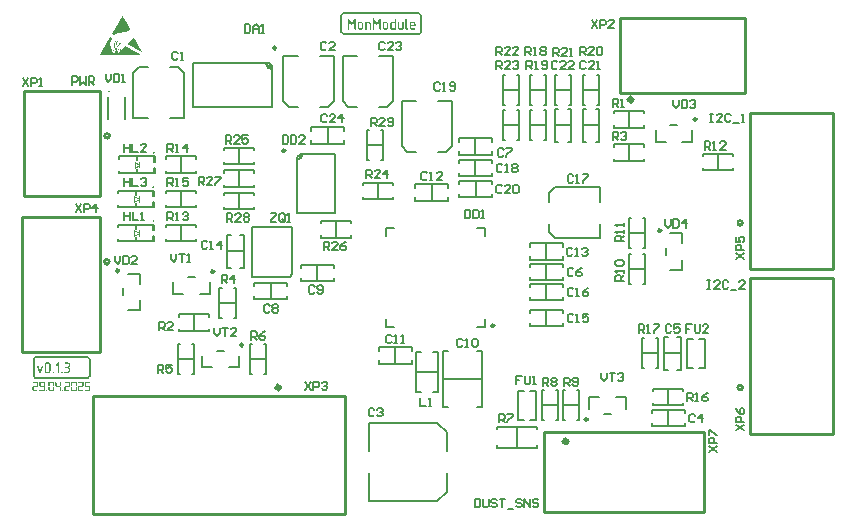
<source format=gto>
G04*
G04 #@! TF.GenerationSoftware,Altium Limited,Altium Designer,25.4.2 (15)*
G04*
G04 Layer_Color=65535*
%FSLAX44Y44*%
%MOMM*%
G71*
G04*
G04 #@! TF.SameCoordinates,F3998410-8278-4BEB-A66F-791B6528EB16*
G04*
G04*
G04 #@! TF.FilePolarity,Positive*
G04*
G01*
G75*
%ADD10C,0.1500*%
%ADD11C,0.2000*%
%ADD12C,0.4000*%
%ADD13C,0.2500*%
%ADD14C,0.1000*%
%ADD15C,0.5000*%
%ADD16C,0.2540*%
G36*
X92297Y432590D02*
X92440D01*
Y432303D01*
X92583D01*
Y432017D01*
X92727D01*
Y431873D01*
X92870D01*
Y431587D01*
X93013D01*
Y431300D01*
X93157D01*
Y431013D01*
X93300D01*
Y430870D01*
X93443D01*
Y430583D01*
X93587D01*
Y430297D01*
X93730D01*
Y430153D01*
X93873D01*
Y429867D01*
X94017D01*
Y429580D01*
X94160D01*
Y429293D01*
X94303D01*
Y429150D01*
X94447D01*
Y428863D01*
X94590D01*
Y428577D01*
X94733D01*
Y428290D01*
X94877D01*
Y428147D01*
X95020D01*
Y427860D01*
X95163D01*
Y427573D01*
X95307D01*
Y427287D01*
X95450D01*
Y427143D01*
X95593D01*
Y426857D01*
X95737D01*
Y426570D01*
X95880D01*
Y426427D01*
X96023D01*
Y426140D01*
X96167D01*
Y425853D01*
X96310D01*
Y425567D01*
X96453D01*
Y425423D01*
X96597D01*
Y425137D01*
X96740D01*
Y424850D01*
X96883D01*
Y424563D01*
X97027D01*
Y424420D01*
X97170D01*
Y424133D01*
X97313D01*
Y423847D01*
X97457D01*
Y423560D01*
X97600D01*
Y423417D01*
X97743D01*
Y423130D01*
X97887D01*
Y422843D01*
X98030D01*
Y422557D01*
X98173D01*
Y422413D01*
X98317D01*
Y422127D01*
X98460D01*
Y421840D01*
X98603D01*
Y421697D01*
X98747D01*
Y421410D01*
X98890D01*
Y421123D01*
X99033D01*
Y420837D01*
X98747D01*
Y420693D01*
X98603D01*
Y420550D01*
X98317D01*
Y420407D01*
X98030D01*
Y420263D01*
X97743D01*
Y420120D01*
X97457D01*
Y419977D01*
X97170D01*
Y419833D01*
X96740D01*
Y419690D01*
X96453D01*
Y419547D01*
X96023D01*
Y419403D01*
X95450D01*
Y419260D01*
X95020D01*
Y419117D01*
X94303D01*
Y418973D01*
X93587D01*
Y418830D01*
X92727D01*
Y418687D01*
X91723D01*
Y418543D01*
X90720D01*
Y418400D01*
X89717D01*
Y418257D01*
X89000D01*
Y418113D01*
X88283D01*
Y417970D01*
X87853D01*
Y417827D01*
X87423D01*
Y417683D01*
X87137D01*
Y417540D01*
X86850D01*
Y417397D01*
X86707D01*
Y417253D01*
X86563D01*
Y417110D01*
X86277D01*
Y416967D01*
X86133D01*
Y416823D01*
X85990D01*
Y416537D01*
X85847D01*
Y416393D01*
X85703D01*
Y416107D01*
X85560D01*
Y416250D01*
X85273D01*
Y416393D01*
X84987D01*
Y416537D01*
X84700D01*
Y416680D01*
X84557D01*
Y416823D01*
X84270D01*
Y416967D01*
X83983D01*
Y417110D01*
X83697D01*
Y417253D01*
X83553D01*
Y417397D01*
X83410D01*
Y417683D01*
X83553D01*
Y417827D01*
X83697D01*
Y418113D01*
X83840D01*
Y418400D01*
X83983D01*
Y418543D01*
X84127D01*
Y418830D01*
X84270D01*
Y419117D01*
X84413D01*
Y419403D01*
X84557D01*
Y419547D01*
X84700D01*
Y419833D01*
X84843D01*
Y420120D01*
X84987D01*
Y420407D01*
X85130D01*
Y420550D01*
X85273D01*
Y420837D01*
X85417D01*
Y421123D01*
X85560D01*
Y421410D01*
X85703D01*
Y421553D01*
X85847D01*
Y421840D01*
X85990D01*
Y422127D01*
X86133D01*
Y422270D01*
X86277D01*
Y422557D01*
X86420D01*
Y422843D01*
X86563D01*
Y423130D01*
X86707D01*
Y423273D01*
X86850D01*
Y423560D01*
X86993D01*
Y423847D01*
X87137D01*
Y424133D01*
X87280D01*
Y424277D01*
X87423D01*
Y424563D01*
X87567D01*
Y424850D01*
X87710D01*
Y424993D01*
X87853D01*
Y425280D01*
X87997D01*
Y425567D01*
X88140D01*
Y425853D01*
X88283D01*
Y425997D01*
X88427D01*
Y426283D01*
X88570D01*
Y426570D01*
X88713D01*
Y426857D01*
X88857D01*
Y427000D01*
X89000D01*
Y427287D01*
X89143D01*
Y427573D01*
X89287D01*
Y427860D01*
X89430D01*
Y428003D01*
X89573D01*
Y428290D01*
X89717D01*
Y428577D01*
X89860D01*
Y428720D01*
X90003D01*
Y429007D01*
X90147D01*
Y429293D01*
X90290D01*
Y429580D01*
X90433D01*
Y429723D01*
X90577D01*
Y430010D01*
X90720D01*
Y430297D01*
X90863D01*
Y430583D01*
X91007D01*
Y430727D01*
X91150D01*
Y431013D01*
X91293D01*
Y431300D01*
X91437D01*
Y431587D01*
X91580D01*
Y431730D01*
X91723D01*
Y432017D01*
X91867D01*
Y432303D01*
X92010D01*
Y432447D01*
X92153D01*
Y432733D01*
X92297D01*
Y432590D01*
D02*
G37*
G36*
X105493Y402600D02*
X105350D01*
Y402743D01*
X105493D01*
Y402600D01*
D02*
G37*
G36*
X101863Y414023D02*
X102007D01*
Y413880D01*
X102150D01*
Y413593D01*
X102293D01*
Y413307D01*
X102437D01*
Y413020D01*
X102580D01*
Y412877D01*
X102723D01*
Y412590D01*
X102867D01*
Y412303D01*
X103010D01*
Y412017D01*
X103153D01*
Y411873D01*
X103297D01*
Y411587D01*
X103440D01*
Y411300D01*
X103583D01*
Y411157D01*
X103727D01*
Y410870D01*
X103870D01*
Y410583D01*
X104013D01*
Y410297D01*
X104157D01*
Y410153D01*
X104300D01*
Y409867D01*
X104443D01*
Y409580D01*
X104587D01*
Y409293D01*
X104730D01*
Y409150D01*
X104873D01*
Y408863D01*
X105017D01*
Y408577D01*
X105160D01*
Y408290D01*
X105303D01*
Y408147D01*
X105447D01*
Y407860D01*
X105590D01*
Y407573D01*
X105733D01*
Y407430D01*
X105877D01*
Y407143D01*
X106020D01*
Y406857D01*
X106163D01*
Y406570D01*
X106307D01*
Y406427D01*
X106450D01*
Y406140D01*
X106593D01*
Y405853D01*
X106737D01*
Y405567D01*
X106880D01*
Y405423D01*
X107023D01*
Y405137D01*
X107167D01*
Y404850D01*
X107310D01*
Y404563D01*
X107453D01*
Y404420D01*
X107597D01*
Y404133D01*
X107740D01*
Y403847D01*
X107883D01*
Y403703D01*
X108027D01*
Y403417D01*
X108170D01*
Y403130D01*
X108313D01*
Y402843D01*
X108457D01*
Y402700D01*
X108600D01*
Y402413D01*
X108743D01*
Y402127D01*
X108887D01*
Y401840D01*
X108743D01*
Y401983D01*
X108457D01*
Y402127D01*
X108170D01*
Y402270D01*
X107883D01*
Y402413D01*
X107740D01*
Y402557D01*
X107453D01*
Y402700D01*
X107167D01*
Y402843D01*
X106880D01*
Y402987D01*
X106737D01*
Y403130D01*
X106450D01*
Y403273D01*
X106163D01*
Y403417D01*
X105877D01*
Y403560D01*
X105733D01*
Y403703D01*
X105447D01*
Y403847D01*
X105160D01*
Y403990D01*
X105017D01*
Y404133D01*
X104730D01*
Y404277D01*
X104443D01*
Y404420D01*
X104157D01*
Y404563D01*
X104013D01*
Y404707D01*
X103727D01*
Y404850D01*
X103440D01*
Y404993D01*
X103153D01*
Y405137D01*
X103010D01*
Y405280D01*
X102723D01*
Y405423D01*
X102437D01*
Y405567D01*
X102150D01*
Y405710D01*
X102007D01*
Y405853D01*
X101720D01*
Y405997D01*
X101433D01*
Y406140D01*
X101290D01*
Y406283D01*
X101003D01*
Y406427D01*
X100717D01*
Y406570D01*
X100430D01*
Y406713D01*
X100287D01*
Y406857D01*
X100000D01*
Y407000D01*
X99713D01*
Y407143D01*
X99427D01*
Y407287D01*
X99283D01*
Y407430D01*
X98997D01*
Y407573D01*
X98710D01*
Y407717D01*
X98567D01*
Y407860D01*
X98280D01*
Y408003D01*
X97993D01*
Y408147D01*
X97707D01*
Y408290D01*
X97563D01*
Y408433D01*
X97277D01*
Y408577D01*
X96990D01*
Y408720D01*
X96703D01*
Y409007D01*
X96847D01*
Y409150D01*
X96990D01*
Y409293D01*
X97133D01*
Y409437D01*
X97277D01*
Y409580D01*
X97420D01*
Y409723D01*
X97563D01*
Y409867D01*
X97707D01*
Y410010D01*
X97850D01*
Y410153D01*
X97993D01*
Y410297D01*
X98137D01*
Y410440D01*
X98280D01*
Y410583D01*
X98423D01*
Y410870D01*
X98567D01*
Y411013D01*
X98710D01*
Y411157D01*
X98853D01*
Y411300D01*
X98997D01*
Y411443D01*
X99140D01*
Y411587D01*
X99283D01*
Y411730D01*
X99427D01*
Y411873D01*
X99570D01*
Y412017D01*
X99713D01*
Y412160D01*
X99857D01*
Y412303D01*
X100000D01*
Y412447D01*
X100143D01*
Y412590D01*
X100287D01*
Y412877D01*
X100430D01*
Y413020D01*
X100573D01*
Y413163D01*
X100717D01*
Y413307D01*
X100860D01*
Y413450D01*
X101003D01*
Y413593D01*
X101147D01*
Y413737D01*
X101290D01*
Y413880D01*
X101433D01*
Y414023D01*
X101577D01*
Y414167D01*
X101720D01*
Y414310D01*
X101863D01*
Y414023D01*
D02*
G37*
G36*
X81757Y414640D02*
X81900D01*
Y414497D01*
X82187D01*
Y414353D01*
X82473D01*
Y414210D01*
X82760D01*
Y414067D01*
X82903D01*
Y413923D01*
X83190D01*
Y413780D01*
X83477D01*
Y413637D01*
X83620D01*
Y413350D01*
X83477D01*
Y413063D01*
X83333D01*
Y412920D01*
X83190D01*
Y412633D01*
X83047D01*
Y412347D01*
X82903D01*
Y412203D01*
X82760D01*
Y411917D01*
X82617D01*
Y411630D01*
X82473D01*
Y411487D01*
X82330D01*
Y411200D01*
X82187D01*
Y411057D01*
X82043D01*
Y410770D01*
X81900D01*
Y410627D01*
X81757D01*
Y410340D01*
X81613D01*
Y409910D01*
X81470D01*
Y409480D01*
X81613D01*
Y408763D01*
X81757D01*
Y408047D01*
X81900D01*
Y407473D01*
X82043D01*
Y406900D01*
X82187D01*
Y406183D01*
X82330D01*
Y405610D01*
X82473D01*
Y405180D01*
X82617D01*
Y404750D01*
X82760D01*
Y404607D01*
X82903D01*
Y404320D01*
X83047D01*
Y404177D01*
X84193D01*
Y404033D01*
X84337D01*
Y403747D01*
X84480D01*
Y403460D01*
X84623D01*
Y402887D01*
X84767D01*
Y402457D01*
X84910D01*
Y401883D01*
X85053D01*
Y401597D01*
X85197D01*
Y401453D01*
X85483D01*
Y401597D01*
X85627D01*
Y401740D01*
X85770D01*
Y402027D01*
X85913D01*
Y402313D01*
X86057D01*
Y402600D01*
X86200D01*
Y403173D01*
X86343D01*
Y404177D01*
X86200D01*
Y404750D01*
X86057D01*
Y405037D01*
X85913D01*
Y405323D01*
X85770D01*
Y405467D01*
X85627D01*
Y405610D01*
X85483D01*
Y405753D01*
X85340D01*
Y410053D01*
X85483D01*
Y410197D01*
X85627D01*
Y410483D01*
X85770D01*
Y410770D01*
X85913D01*
Y410913D01*
X86057D01*
Y411057D01*
X86200D01*
Y411343D01*
X86343D01*
Y411487D01*
X86487D01*
Y411630D01*
X86630D01*
Y411773D01*
X86917D01*
Y411630D01*
X87203D01*
Y411487D01*
X87347D01*
Y411343D01*
X87060D01*
Y411057D01*
X86917D01*
Y410913D01*
X86773D01*
Y410770D01*
X86630D01*
Y410627D01*
X86487D01*
Y410340D01*
X86343D01*
Y410197D01*
X86200D01*
Y410053D01*
X86057D01*
Y409910D01*
X85913D01*
Y409480D01*
X85770D01*
Y409050D01*
X85913D01*
Y406900D01*
X85770D01*
Y406183D01*
X85913D01*
Y405753D01*
X86057D01*
Y405467D01*
X86200D01*
Y405323D01*
X86630D01*
Y405467D01*
X86773D01*
Y405610D01*
X87060D01*
Y405897D01*
X87203D01*
Y406040D01*
X87347D01*
Y406470D01*
X87490D01*
Y407187D01*
X87347D01*
Y407617D01*
X87203D01*
Y407903D01*
X87060D01*
Y408190D01*
X86917D01*
Y408620D01*
X86773D01*
Y409480D01*
X86917D01*
Y409910D01*
X87060D01*
Y410197D01*
X87203D01*
Y410483D01*
X87347D01*
Y410627D01*
X87490D01*
Y410913D01*
X87633D01*
Y411057D01*
X87777D01*
Y411200D01*
X87920D01*
Y411057D01*
X88207D01*
Y410913D01*
X88350D01*
Y410770D01*
X88063D01*
Y410627D01*
X87920D01*
Y410483D01*
X87777D01*
Y410340D01*
X87633D01*
Y410053D01*
X87490D01*
Y409767D01*
X87347D01*
Y409193D01*
X87203D01*
Y408620D01*
X87347D01*
Y407903D01*
X87490D01*
Y407617D01*
X87633D01*
Y407330D01*
X87777D01*
Y407187D01*
X88207D01*
Y407473D01*
X88350D01*
Y408620D01*
X88207D01*
Y409337D01*
X88063D01*
Y409767D01*
X88207D01*
Y409910D01*
X88350D01*
Y410053D01*
X88493D01*
Y410197D01*
X88637D01*
Y410627D01*
X88923D01*
Y410483D01*
X89067D01*
Y410340D01*
X88923D01*
Y410197D01*
X88780D01*
Y410053D01*
X88637D01*
Y408477D01*
X88780D01*
Y408333D01*
X88923D01*
Y408190D01*
X89210D01*
Y408333D01*
X89353D01*
Y408477D01*
X89497D01*
Y409050D01*
X89353D01*
Y409337D01*
X89210D01*
Y409480D01*
X89353D01*
Y409767D01*
X89497D01*
Y410197D01*
X89640D01*
Y410053D01*
X89927D01*
Y409910D01*
X90213D01*
Y409767D01*
X90357D01*
Y409623D01*
X90643D01*
Y409480D01*
X90787D01*
Y409337D01*
X90643D01*
Y409050D01*
X90500D01*
Y408907D01*
X90357D01*
Y408763D01*
X90213D01*
Y408620D01*
X90070D01*
Y408477D01*
X89927D01*
Y408333D01*
X89783D01*
Y408190D01*
X89640D01*
Y408047D01*
X89497D01*
Y407903D01*
X89353D01*
Y407760D01*
X89210D01*
Y407617D01*
X89067D01*
Y407473D01*
X88923D01*
Y407330D01*
X88780D01*
Y407043D01*
X88637D01*
Y406900D01*
X88493D01*
Y406757D01*
X88350D01*
Y406613D01*
X88207D01*
Y406327D01*
X88063D01*
Y406183D01*
X87920D01*
Y405897D01*
X87777D01*
Y405467D01*
X87633D01*
Y404177D01*
X87490D01*
Y402743D01*
X87777D01*
Y402887D01*
X87920D01*
Y403173D01*
X88063D01*
Y403460D01*
X88207D01*
Y403603D01*
X88350D01*
Y403890D01*
X88493D01*
Y404033D01*
X88637D01*
Y404177D01*
X88780D01*
Y404320D01*
X88923D01*
Y404463D01*
X89067D01*
Y404607D01*
X89497D01*
Y404750D01*
X89927D01*
Y404607D01*
X90357D01*
Y404463D01*
X90500D01*
Y404320D01*
X90643D01*
Y404177D01*
X90787D01*
Y403890D01*
X91217D01*
Y404033D01*
X91360D01*
Y404177D01*
X91503D01*
Y404320D01*
X91647D01*
Y404463D01*
X91790D01*
Y404607D01*
X91933D01*
Y404893D01*
X92077D01*
Y405037D01*
X92220D01*
Y405180D01*
X92363D01*
Y405323D01*
X92507D01*
Y405467D01*
X92650D01*
Y405610D01*
X92793D01*
Y405753D01*
X92937D01*
Y405897D01*
X93080D01*
Y406040D01*
X93223D01*
Y406183D01*
X93367D01*
Y406327D01*
X93510D01*
Y406470D01*
X93653D01*
Y406613D01*
X93797D01*
Y406757D01*
X93940D01*
Y406900D01*
X94083D01*
Y407043D01*
X94227D01*
Y407187D01*
X94370D01*
Y407330D01*
X94657D01*
Y407187D01*
X94800D01*
Y407043D01*
X95087D01*
Y406900D01*
X95373D01*
Y406757D01*
X95660D01*
Y406613D01*
X95803D01*
Y406470D01*
X96090D01*
Y406327D01*
X96377D01*
Y406183D01*
X96663D01*
Y406040D01*
X96807D01*
Y405897D01*
X97093D01*
Y405753D01*
X97380D01*
Y405610D01*
X97667D01*
Y405467D01*
X97810D01*
Y405323D01*
X98097D01*
Y405180D01*
X98383D01*
Y405037D01*
X98527D01*
Y404893D01*
X98813D01*
Y404750D01*
X99100D01*
Y404607D01*
X99387D01*
Y404463D01*
X99530D01*
Y404320D01*
X99817D01*
Y404177D01*
X100103D01*
Y404033D01*
X100390D01*
Y403890D01*
X100533D01*
Y403747D01*
X100820D01*
Y403603D01*
X101107D01*
Y403460D01*
X101393D01*
Y403317D01*
X101537D01*
Y403173D01*
X101823D01*
Y403030D01*
X102110D01*
Y402887D01*
X102253D01*
Y402743D01*
X102540D01*
Y402600D01*
X102827D01*
Y402457D01*
X103113D01*
Y402313D01*
X103257D01*
Y402170D01*
X103543D01*
Y402027D01*
X103830D01*
Y401883D01*
X104117D01*
Y401740D01*
X104260D01*
Y401597D01*
X104547D01*
Y401453D01*
X104833D01*
Y401310D01*
X104977D01*
Y401167D01*
X105263D01*
Y401023D01*
X105550D01*
Y400880D01*
X105837D01*
Y400737D01*
X105980D01*
Y400593D01*
X106267D01*
Y400450D01*
X106553D01*
Y400307D01*
X106840D01*
Y400163D01*
X106983D01*
Y400020D01*
X107270D01*
Y399877D01*
X107557D01*
Y399733D01*
X107843D01*
Y399590D01*
X107987D01*
Y399447D01*
X108273D01*
Y399303D01*
X72727D01*
Y399590D01*
X72870D01*
Y399733D01*
X73013D01*
Y400020D01*
X73157D01*
Y400307D01*
X73300D01*
Y400450D01*
X73443D01*
Y400737D01*
X73587D01*
Y401023D01*
X73730D01*
Y401310D01*
X73873D01*
Y401453D01*
X74017D01*
Y401740D01*
X74160D01*
Y402027D01*
X74303D01*
Y402313D01*
X74447D01*
Y402457D01*
X74590D01*
Y402743D01*
X74733D01*
Y403030D01*
X74877D01*
Y403317D01*
X75020D01*
Y403460D01*
X75163D01*
Y403747D01*
X75307D01*
Y404033D01*
X75450D01*
Y404177D01*
X75593D01*
Y404463D01*
X75737D01*
Y404750D01*
X75880D01*
Y405037D01*
X76023D01*
Y405180D01*
X76167D01*
Y405467D01*
X76310D01*
Y405753D01*
X76453D01*
Y406040D01*
X76597D01*
Y406183D01*
X76740D01*
Y406470D01*
X76883D01*
Y406757D01*
X77027D01*
Y407043D01*
X77170D01*
Y407187D01*
X77313D01*
Y407473D01*
X77457D01*
Y407760D01*
X77600D01*
Y407903D01*
X77743D01*
Y408190D01*
X77887D01*
Y408477D01*
X78030D01*
Y408763D01*
X78173D01*
Y408907D01*
X78317D01*
Y409193D01*
X78460D01*
Y409480D01*
X78603D01*
Y409767D01*
X78747D01*
Y409910D01*
X78890D01*
Y410197D01*
X79033D01*
Y410483D01*
X79177D01*
Y410770D01*
X79320D01*
Y410913D01*
X79463D01*
Y411200D01*
X79607D01*
Y411487D01*
X79750D01*
Y411630D01*
X79893D01*
Y411917D01*
X80037D01*
Y412203D01*
X80180D01*
Y412490D01*
X80323D01*
Y412633D01*
X80467D01*
Y412920D01*
X80610D01*
Y413207D01*
X80753D01*
Y413493D01*
X80897D01*
Y413637D01*
X81040D01*
Y413923D01*
X81183D01*
Y414210D01*
X81327D01*
Y414497D01*
X81470D01*
Y414640D01*
X81613D01*
Y414783D01*
X81757D01*
Y414640D01*
D02*
G37*
G36*
X217750Y390500D02*
X218500Y387500D01*
X217000D01*
X214000Y390500D01*
Y392500D01*
X217750Y390500D01*
D02*
G37*
G36*
X245000Y315005D02*
X244239Y313168D01*
X242832Y311761D01*
X240994Y311000D01*
X240000D01*
X243000Y316000D01*
X245000D01*
Y315005D01*
D02*
G37*
G36*
X58557Y123014D02*
X58590D01*
X58634Y122992D01*
X58734Y122959D01*
X58856Y122892D01*
X58990Y122814D01*
X59112Y122703D01*
X59212Y122559D01*
X59245Y122470D01*
X59278Y122381D01*
Y119284D01*
X58934Y118996D01*
X58343Y119552D01*
X58834Y119007D01*
X58335Y118463D01*
X55427D01*
X55420Y118470D01*
X55427Y118463D01*
X55427D01*
X55604Y118297D01*
Y116110D01*
X55569Y116099D01*
X58479D01*
X58845Y115000D01*
X55127D01*
X55105Y115011D01*
X55049Y115033D01*
X54960Y115067D01*
X54860Y115133D01*
X54749Y115233D01*
X54650Y115355D01*
X54561Y115522D01*
X54516Y115611D01*
X54494Y115722D01*
X54964Y115905D01*
X54494Y115755D01*
Y118729D01*
X54827Y119029D01*
X55420Y118470D01*
X54927Y119007D01*
X55427Y119562D01*
X58333D01*
X58343Y119552D01*
X58335Y119562D01*
X58333D01*
X58168Y119717D01*
Y121961D01*
X58384Y122629D01*
X58168Y122059D01*
Y121961D01*
X58157Y121926D01*
X55460D01*
X54505Y122293D01*
Y122304D01*
X54516Y122315D01*
X54527Y122393D01*
X54572Y122492D01*
X54627Y122614D01*
X54716Y122737D01*
X54827Y122859D01*
X54971Y122959D01*
X55149Y123025D01*
X58512D01*
X58384Y122629D01*
X58534Y123025D01*
X58545D01*
X58557Y123014D01*
D02*
G37*
G36*
X52807D02*
X52840D01*
X52885Y122992D01*
X52984Y122959D01*
X53107Y122892D01*
X53240Y122814D01*
X53362Y122703D01*
X53462Y122559D01*
X53495Y122470D01*
X53528Y122381D01*
Y119284D01*
X53204Y119012D01*
X53184Y119029D01*
X53167Y119012D01*
X53184Y118996D01*
X53204Y119012D01*
X53528Y118729D01*
Y115644D01*
X53517Y115622D01*
X53495Y115566D01*
X53451Y115477D01*
X53384Y115366D01*
X53284Y115255D01*
X53162Y115155D01*
X52996Y115067D01*
X52896Y115022D01*
X52785Y115000D01*
X52644Y115367D01*
X52762Y115000D01*
X49377D01*
X49355Y115011D01*
X49299Y115033D01*
X49211Y115067D01*
X49111Y115133D01*
X49000Y115233D01*
X48900Y115355D01*
X48811Y115522D01*
X48767Y115611D01*
X48744Y115722D01*
X49215Y115905D01*
X48744Y115755D01*
Y118729D01*
X49059Y119012D01*
X49077Y118996D01*
X49095Y119012D01*
X49077Y119029D01*
X49059Y119012D01*
X48744Y119284D01*
Y122270D01*
X49237Y122108D01*
X49710Y121926D01*
X49787D01*
X49237Y122108D01*
X48755Y122293D01*
Y122304D01*
X48767Y122315D01*
X48778Y122393D01*
X48822Y122492D01*
X48878Y122614D01*
X48966Y122737D01*
X49077Y122859D01*
X49222Y122959D01*
X49399Y123025D01*
X52762D01*
X52635Y122629D01*
X52785Y123025D01*
X52796D01*
X52807Y123014D01*
D02*
G37*
G36*
X47057D02*
X47091D01*
X47135Y122992D01*
X47235Y122959D01*
X47357Y122892D01*
X47490Y122814D01*
X47612Y122703D01*
X47712Y122559D01*
X47745Y122470D01*
X47779Y122381D01*
Y119284D01*
X47435Y118996D01*
X46844Y119552D01*
X47335Y119007D01*
X46835Y118463D01*
X43928D01*
X43921Y118470D01*
X43927Y118463D01*
X43928D01*
X44105Y118297D01*
Y116110D01*
X44070Y116099D01*
X46979D01*
X47346Y115000D01*
X43627D01*
X43605Y115011D01*
X43550Y115033D01*
X43461Y115067D01*
X43361Y115133D01*
X43250Y115233D01*
X43150Y115355D01*
X43061Y115522D01*
X43017Y115611D01*
X42995Y115722D01*
X43465Y115905D01*
X42995Y115755D01*
Y118729D01*
X43328Y119029D01*
X43921Y118470D01*
X43428Y119007D01*
X43927Y119562D01*
X46834D01*
X46844Y119552D01*
X46835Y119562D01*
X46834D01*
X46669Y119717D01*
Y121961D01*
X46885Y122629D01*
X46669Y122059D01*
Y121961D01*
X46658Y121926D01*
X43960D01*
X43006Y122293D01*
Y122304D01*
X43017Y122315D01*
X43028Y122393D01*
X43072Y122492D01*
X43128Y122614D01*
X43217Y122737D01*
X43328Y122859D01*
X43472Y122959D01*
X43650Y123025D01*
X47013D01*
X46885Y122629D01*
X47035Y123025D01*
X47046D01*
X47057Y123014D01*
D02*
G37*
G36*
X33560D02*
X33593D01*
X33638Y122992D01*
X33737Y122959D01*
X33860Y122892D01*
X33993Y122814D01*
X34115Y122703D01*
X34215Y122559D01*
X34248Y122470D01*
X34281Y122381D01*
Y119284D01*
X33957Y119012D01*
X33937Y119029D01*
X33920Y119012D01*
X33937Y118996D01*
X33957Y119012D01*
X34281Y118729D01*
Y115644D01*
X34270Y115622D01*
X34248Y115566D01*
X34204Y115477D01*
X34137Y115366D01*
X34037Y115255D01*
X33915Y115155D01*
X33749Y115067D01*
X33649Y115022D01*
X33538Y115000D01*
X33397Y115367D01*
X33516Y115000D01*
X30130D01*
X30108Y115011D01*
X30052Y115033D01*
X29964Y115067D01*
X29864Y115133D01*
X29753Y115233D01*
X29653Y115355D01*
X29564Y115522D01*
X29520Y115611D01*
X29497Y115722D01*
X29968Y115905D01*
X29497Y115755D01*
Y118729D01*
X29811Y119012D01*
X29830Y118996D01*
X29848Y119012D01*
X29830Y119029D01*
X29811Y119012D01*
X29497Y119284D01*
Y122270D01*
X29990Y122108D01*
X30463Y121926D01*
X30540D01*
X29990Y122108D01*
X29508Y122293D01*
Y122304D01*
X29520Y122315D01*
X29531Y122393D01*
X29575Y122492D01*
X29630Y122614D01*
X29719Y122737D01*
X29830Y122859D01*
X29975Y122959D01*
X30152Y123025D01*
X33516D01*
X33387Y122629D01*
X33538Y123025D01*
X33549D01*
X33560Y123014D01*
D02*
G37*
G36*
X25812D02*
X25845D01*
X25890Y122992D01*
X25990Y122959D01*
X26112Y122892D01*
X26245Y122814D01*
X26367Y122703D01*
X26467Y122559D01*
X26500Y122470D01*
X26534Y122381D01*
Y119284D01*
X26209Y119012D01*
X26190Y119029D01*
X26172Y119012D01*
X26190Y118996D01*
X26209Y119012D01*
X26534Y118729D01*
Y115644D01*
X26523Y115622D01*
X26500Y115566D01*
X26456Y115477D01*
X26389Y115366D01*
X26290Y115255D01*
X26167Y115155D01*
X26001Y115067D01*
X25901Y115022D01*
X25790Y115000D01*
X25649Y115367D01*
X25768Y115000D01*
X22382D01*
X22360Y115011D01*
X22305Y115033D01*
X22216Y115067D01*
X22116Y115133D01*
X22005Y115233D01*
X21905Y115355D01*
X21816Y115522D01*
X21772Y115611D01*
X21750Y115722D01*
X22715Y116099D01*
X25413D01*
X25424Y116065D01*
Y115955D01*
X25649Y115367D01*
X25424Y116065D01*
Y118297D01*
X26172Y119012D01*
X25599Y119552D01*
X26090Y119007D01*
X25590Y118463D01*
X22682D01*
X22183Y119007D01*
X22630Y119504D01*
X22083Y118996D01*
X21750Y119284D01*
Y122270D01*
X22242Y122108D01*
X22715Y121926D01*
X22792D01*
X22242Y122108D01*
X21761Y122293D01*
Y122304D01*
X21772Y122315D01*
X21783Y122393D01*
X21827Y122492D01*
X21883Y122614D01*
X21972Y122737D01*
X22083Y122859D01*
X22227Y122959D01*
X22405Y123025D01*
X25768D01*
X25640Y122629D01*
X25790Y123025D01*
X25801D01*
X25812Y123014D01*
D02*
G37*
G36*
X20062D02*
X20096D01*
X20140Y122992D01*
X20240Y122959D01*
X20362Y122892D01*
X20495Y122814D01*
X20617Y122703D01*
X20717Y122559D01*
X20751Y122470D01*
X20784Y122381D01*
Y119284D01*
X20440Y118996D01*
X19849Y119552D01*
X20340Y119007D01*
X19841Y118463D01*
X16933D01*
X16926Y118470D01*
X16932Y118463D01*
X16933D01*
X17110Y118297D01*
Y116110D01*
X17075Y116099D01*
X19985D01*
X20351Y115000D01*
X16633D01*
X16610Y115011D01*
X16555Y115033D01*
X16466Y115067D01*
X16366Y115133D01*
X16255Y115233D01*
X16155Y115355D01*
X16067Y115522D01*
X16022Y115611D01*
X16000Y115722D01*
X16470Y115905D01*
X16000Y115755D01*
Y118729D01*
X16333Y119029D01*
X16926Y118470D01*
X16433Y119007D01*
X16932Y119562D01*
X19839D01*
X19849Y119552D01*
X19841Y119562D01*
X19839D01*
X19674Y119717D01*
Y121961D01*
X19890Y122629D01*
X19674Y122059D01*
Y121961D01*
X19663Y121926D01*
X16966D01*
X16011Y122293D01*
Y122304D01*
X16022Y122315D01*
X16033Y122393D01*
X16078Y122492D01*
X16133Y122614D01*
X16222Y122737D01*
X16333Y122859D01*
X16477Y122959D01*
X16655Y123025D01*
X20018D01*
X19890Y122629D01*
X20040Y123025D01*
X20051D01*
X20062Y123014D01*
D02*
G37*
G36*
X64229Y121926D02*
X61287D01*
X61354Y121904D01*
Y119717D01*
X61186Y119562D01*
X64084D01*
X64584Y119007D01*
X64084Y118463D01*
X61176D01*
X60677Y119007D01*
X61124Y119504D01*
X60577Y118996D01*
X60244Y119284D01*
Y122270D01*
X60736Y122108D01*
X61210Y121926D01*
X61287D01*
X60736Y122108D01*
X60255Y122293D01*
Y122304D01*
X60266Y122315D01*
X60277Y122393D01*
X60321Y122492D01*
X60377Y122614D01*
X60466Y122737D01*
X60577Y122859D01*
X60721Y122959D01*
X60899Y123025D01*
X64595D01*
X64229Y121926D01*
D02*
G37*
G36*
X39310Y123025D02*
X39343D01*
X39387Y123003D01*
X39487Y122959D01*
X39609Y122903D01*
X39743Y122814D01*
X39865Y122703D01*
X39964Y122559D01*
X39998Y122470D01*
X40031Y122381D01*
Y119284D01*
X39706Y119012D01*
X39687Y119029D01*
X39669Y119012D01*
X39687Y118996D01*
X39706Y119012D01*
X40031Y118729D01*
Y115644D01*
X40020Y115622D01*
X39998Y115566D01*
X39953Y115477D01*
X39887Y115366D01*
X39787Y115255D01*
X39665Y115155D01*
X39498Y115067D01*
X39398Y115022D01*
X39287Y115000D01*
X38921Y115955D01*
Y118297D01*
X39669Y119012D01*
X39096Y119552D01*
X39587Y119007D01*
X39088Y118463D01*
X36179D01*
X35680Y119007D01*
X36127Y119504D01*
X35580Y118996D01*
X35247Y119284D01*
Y122603D01*
X36357Y122226D01*
Y119717D01*
X36190Y119562D01*
X39086D01*
X39096Y119552D01*
X39088Y119562D01*
X39086D01*
X38921Y119717D01*
Y122059D01*
X39287Y123036D01*
X39299D01*
X39310Y123025D01*
D02*
G37*
G36*
X65028Y118729D02*
Y115644D01*
X65017Y115622D01*
X64995Y115566D01*
X64950Y115477D01*
X64883Y115366D01*
X64784Y115255D01*
X64661Y115155D01*
X64495Y115067D01*
X64395Y115022D01*
X64284Y115000D01*
X64143Y115367D01*
X64262Y115000D01*
X60876D01*
X60854Y115011D01*
X60799Y115033D01*
X60710Y115067D01*
X60610Y115133D01*
X60499Y115233D01*
X60399Y115355D01*
X60310Y115522D01*
X60266Y115611D01*
X60244Y115722D01*
X61210Y116099D01*
X63907D01*
X63918Y116065D01*
Y115955D01*
X64143Y115367D01*
X63918Y116065D01*
Y118297D01*
X64684Y119029D01*
X65028Y118729D01*
D02*
G37*
G36*
X42107Y115000D02*
X40997D01*
Y116099D01*
X42107D01*
Y115000D01*
D02*
G37*
G36*
X28609D02*
X27499D01*
Y116099D01*
X28609D01*
Y115000D01*
D02*
G37*
G36*
X24327Y136671D02*
X24382D01*
X24521Y136615D01*
X24590Y136587D01*
X24674Y136532D01*
X24688Y136518D01*
X24701Y136504D01*
X24729Y136463D01*
X24771Y136407D01*
X24840Y136269D01*
X24854Y136199D01*
X24868Y136102D01*
X24826Y135922D01*
X22996Y130402D01*
Y130388D01*
X22982Y130374D01*
X22940Y130291D01*
X22885Y130180D01*
X22788Y130056D01*
X22774Y130042D01*
X22704Y130014D01*
X22607Y129972D01*
X22455Y129917D01*
X22441D01*
X22385Y129931D01*
X22316Y129944D01*
X22233Y129972D01*
X22136Y130042D01*
X22039Y130125D01*
X21955Y130236D01*
X21872Y130402D01*
X20028Y135922D01*
X20000Y136088D01*
Y136102D01*
Y136130D01*
X20014Y136171D01*
X20028Y136227D01*
X20069Y136352D01*
X20111Y136421D01*
X20166Y136490D01*
X20180Y136504D01*
X20194Y136518D01*
X20236Y136546D01*
X20291Y136587D01*
X20430Y136657D01*
X20513Y136671D01*
X20596Y136685D01*
X20624D01*
X20707Y136671D01*
X20804Y136657D01*
X20902Y136601D01*
X20929Y136587D01*
X20985Y136546D01*
X21026Y136504D01*
X21068Y136449D01*
X21109Y136366D01*
X21151Y136282D01*
X22427Y132177D01*
X23703Y136282D01*
Y136296D01*
X23717Y136310D01*
X23758Y136379D01*
X23828Y136476D01*
X23925Y136560D01*
X23939D01*
X23953Y136574D01*
X24022Y136629D01*
X24133Y136671D01*
X24258Y136685D01*
X24285D01*
X24327Y136671D01*
D02*
G37*
G36*
X45601Y139417D02*
X45698Y139403D01*
X45809Y139389D01*
X46059Y139333D01*
X46350Y139250D01*
X46655Y139111D01*
X46808Y139028D01*
X46960Y138917D01*
X47099Y138806D01*
X47238Y138668D01*
X47251Y138654D01*
X47265Y138640D01*
X47293Y138598D01*
X47335Y138543D01*
X47432Y138404D01*
X47543Y138210D01*
X47654Y137961D01*
X47751Y137683D01*
X47820Y137364D01*
X47848Y137198D01*
Y137017D01*
Y136990D01*
Y136920D01*
X47834Y136809D01*
X47820Y136671D01*
X47792Y136504D01*
X47751Y136310D01*
X47695Y136130D01*
X47612Y135936D01*
X47598Y135908D01*
X47570Y135852D01*
X47515Y135769D01*
X47446Y135658D01*
X47348Y135534D01*
X47238Y135409D01*
X47099Y135270D01*
X46946Y135159D01*
X46960Y135145D01*
X47002Y135117D01*
X47071Y135062D01*
X47154Y134979D01*
X47251Y134882D01*
X47362Y134757D01*
X47473Y134604D01*
X47570Y134424D01*
X47584Y134396D01*
X47612Y134341D01*
X47654Y134230D01*
X47709Y134105D01*
X47765Y133939D01*
X47806Y133758D01*
X47834Y133550D01*
X47848Y133342D01*
Y132427D01*
Y132413D01*
Y132385D01*
Y132330D01*
X47834Y132261D01*
X47820Y132177D01*
X47806Y132080D01*
X47765Y131845D01*
X47667Y131567D01*
X47543Y131276D01*
X47459Y131137D01*
X47362Y130985D01*
X47251Y130846D01*
X47127Y130707D01*
X47113Y130693D01*
X47099Y130680D01*
X47057Y130638D01*
X47002Y130596D01*
X46932Y130541D01*
X46849Y130485D01*
X46641Y130361D01*
X46392Y130222D01*
X46100Y130111D01*
X45767Y130028D01*
X45587Y130014D01*
X45407Y130000D01*
X43535D01*
X43479Y130014D01*
X43424D01*
X43271Y130069D01*
X43202Y130097D01*
X43133Y130153D01*
Y130166D01*
X43105Y130194D01*
X43091Y130236D01*
X43063Y130291D01*
X43008Y130430D01*
X42994Y130513D01*
X42980Y130596D01*
Y130610D01*
Y130624D01*
X42994Y130721D01*
X43035Y130846D01*
X43119Y130985D01*
X43133Y130998D01*
X43146Y131012D01*
X43188Y131040D01*
X43230Y131082D01*
X43299Y131123D01*
X43382Y131151D01*
X43465Y131165D01*
X43576Y131179D01*
X45490D01*
X45587Y131193D01*
X45712Y131220D01*
X45851Y131262D01*
X45989Y131331D01*
X46142Y131415D01*
X46281Y131539D01*
X46294Y131553D01*
X46336Y131609D01*
X46405Y131678D01*
X46475Y131789D01*
X46530Y131914D01*
X46600Y132066D01*
X46641Y132233D01*
X46655Y132427D01*
Y133342D01*
Y133370D01*
Y133426D01*
X46641Y133523D01*
X46613Y133647D01*
X46572Y133786D01*
X46502Y133925D01*
X46419Y134077D01*
X46294Y134216D01*
X46281Y134230D01*
X46225Y134271D01*
X46156Y134341D01*
X46045Y134410D01*
X45920Y134466D01*
X45767Y134535D01*
X45601Y134577D01*
X45407Y134590D01*
X44450D01*
X44394Y134604D01*
X44339Y134618D01*
X44187Y134660D01*
X44103Y134701D01*
X44034Y134757D01*
Y134771D01*
X44006Y134785D01*
X43992Y134826D01*
X43965Y134882D01*
X43923Y135020D01*
X43895Y135187D01*
Y135201D01*
Y135215D01*
X43909Y135312D01*
X43951Y135436D01*
X44034Y135575D01*
X44048Y135589D01*
X44062Y135603D01*
X44103Y135631D01*
X44145Y135672D01*
X44214Y135714D01*
X44297Y135742D01*
X44381Y135755D01*
X44492Y135769D01*
X45504D01*
X45601Y135783D01*
X45726Y135811D01*
X45865Y135866D01*
X46003Y135922D01*
X46156Y136019D01*
X46294Y136144D01*
X46308Y136158D01*
X46350Y136213D01*
X46392Y136296D01*
X46461Y136393D01*
X46516Y136532D01*
X46558Y136685D01*
X46600Y136851D01*
X46613Y137045D01*
Y137073D01*
Y137128D01*
X46600Y137225D01*
X46572Y137336D01*
X46544Y137475D01*
X46489Y137614D01*
X46419Y137752D01*
X46322Y137877D01*
X46308Y137891D01*
X46267Y137933D01*
X46184Y138002D01*
X46087Y138071D01*
X45948Y138127D01*
X45795Y138196D01*
X45615Y138238D01*
X45407Y138252D01*
X43535D01*
X43479Y138266D01*
X43424D01*
X43271Y138321D01*
X43202Y138349D01*
X43133Y138404D01*
Y138418D01*
X43105Y138446D01*
X43091Y138474D01*
X43063Y138529D01*
X43008Y138668D01*
X42994Y138751D01*
X42980Y138848D01*
Y138862D01*
Y138876D01*
X42994Y138973D01*
X43049Y139098D01*
X43077Y139167D01*
X43133Y139236D01*
X43146Y139250D01*
X43160Y139264D01*
X43202Y139292D01*
X43243Y139333D01*
X43382Y139403D01*
X43479Y139417D01*
X43576Y139431D01*
X45518D01*
X45601Y139417D01*
D02*
G37*
G36*
X40969Y131151D02*
X41094Y131110D01*
X41163Y131054D01*
X41233Y130998D01*
X41246Y130985D01*
X41260Y130971D01*
X41343Y130888D01*
X41413Y130763D01*
X41427Y130680D01*
X41441Y130596D01*
Y130583D01*
Y130555D01*
X41427Y130513D01*
X41413Y130458D01*
X41371Y130333D01*
X41316Y130250D01*
X41260Y130180D01*
X41246Y130166D01*
X41233Y130153D01*
X41149Y130097D01*
X41011Y130028D01*
X40927Y130014D01*
X40844Y130000D01*
X40803D01*
X40747Y130014D01*
X40692Y130028D01*
X40553Y130069D01*
X40484Y130111D01*
X40414Y130166D01*
Y130180D01*
X40387Y130194D01*
X40359Y130236D01*
X40331Y130291D01*
X40276Y130430D01*
X40262Y130513D01*
X40248Y130596D01*
Y130610D01*
Y130638D01*
X40262Y130680D01*
X40276Y130735D01*
X40317Y130860D01*
X40359Y130929D01*
X40414Y130998D01*
X40428Y131012D01*
X40442Y131026D01*
X40484Y131054D01*
X40525Y131096D01*
X40664Y131151D01*
X40747Y131165D01*
X40844Y131179D01*
X40872D01*
X40969Y131151D01*
D02*
G37*
G36*
X38279Y139486D02*
X38389Y139444D01*
X38459Y139389D01*
X38528Y139333D01*
X38542Y139320D01*
X38556Y139306D01*
X38584Y139264D01*
X38611Y139209D01*
X38653Y139056D01*
X38681Y138959D01*
Y138862D01*
Y130596D01*
Y130583D01*
Y130555D01*
X38667Y130499D01*
Y130444D01*
X38611Y130291D01*
X38570Y130222D01*
X38514Y130153D01*
X38500D01*
X38487Y130125D01*
X38445Y130111D01*
X38389Y130083D01*
X38251Y130028D01*
X38182Y130014D01*
X38084Y130000D01*
X38043D01*
X38001Y130014D01*
X37932D01*
X37793Y130056D01*
X37655Y130139D01*
Y130153D01*
X37627Y130166D01*
X37599Y130208D01*
X37571Y130250D01*
X37543Y130319D01*
X37516Y130402D01*
X37502Y130485D01*
X37488Y130596D01*
Y137614D01*
X36656Y136587D01*
X36642D01*
X36628Y136560D01*
X36587Y136532D01*
X36531Y136504D01*
X36406Y136449D01*
X36323Y136435D01*
X36240Y136421D01*
X36198D01*
X36157Y136435D01*
X36101Y136449D01*
X35976Y136490D01*
X35893Y136532D01*
X35824Y136587D01*
X35810Y136601D01*
X35796Y136615D01*
X35768Y136657D01*
X35741Y136712D01*
X35671Y136851D01*
X35657Y136934D01*
X35644Y137017D01*
Y137031D01*
Y137059D01*
X35657Y137101D01*
X35671Y137142D01*
X35713Y137281D01*
X35754Y137350D01*
X35810Y137420D01*
X37655Y139264D01*
X37668Y139278D01*
X37724Y139320D01*
X37793Y139375D01*
X37876Y139431D01*
X37904Y139444D01*
X37960Y139472D01*
X38057Y139500D01*
X38168Y139514D01*
X38195D01*
X38279Y139486D01*
D02*
G37*
G36*
X33591Y131151D02*
X33716Y131110D01*
X33785Y131054D01*
X33854Y130998D01*
X33868Y130985D01*
X33882Y130971D01*
X33965Y130888D01*
X34035Y130763D01*
X34049Y130680D01*
X34063Y130596D01*
Y130583D01*
Y130555D01*
X34049Y130513D01*
X34035Y130458D01*
X33993Y130333D01*
X33938Y130250D01*
X33882Y130180D01*
X33868Y130166D01*
X33854Y130153D01*
X33771Y130097D01*
X33633Y130028D01*
X33549Y130014D01*
X33466Y130000D01*
X33425D01*
X33369Y130014D01*
X33314Y130028D01*
X33175Y130069D01*
X33106Y130111D01*
X33036Y130166D01*
Y130180D01*
X33009Y130194D01*
X32981Y130236D01*
X32953Y130291D01*
X32898Y130430D01*
X32884Y130513D01*
X32870Y130596D01*
Y130610D01*
Y130638D01*
X32884Y130680D01*
X32898Y130735D01*
X32939Y130860D01*
X32981Y130929D01*
X33036Y130998D01*
X33050Y131012D01*
X33064Y131026D01*
X33106Y131054D01*
X33147Y131096D01*
X33286Y131151D01*
X33369Y131165D01*
X33466Y131179D01*
X33494D01*
X33591Y131151D01*
D02*
G37*
G36*
X29292Y139431D02*
X29361D01*
X29444Y139417D01*
X29652Y139361D01*
X29888Y139292D01*
X30152Y139181D01*
X30401Y139015D01*
X30526Y138917D01*
X30651Y138806D01*
X30665D01*
X30679Y138779D01*
X30748Y138695D01*
X30859Y138557D01*
X30984Y138390D01*
X31095Y138168D01*
X31206Y137905D01*
X31275Y137614D01*
X31303Y137461D01*
Y137295D01*
Y132150D01*
Y132136D01*
Y132108D01*
Y132066D01*
X31289Y131997D01*
Y131928D01*
X31275Y131845D01*
X31219Y131636D01*
X31150Y131401D01*
X31039Y131137D01*
X30873Y130888D01*
X30776Y130763D01*
X30665Y130638D01*
X30637Y130610D01*
X30554Y130541D01*
X30415Y130430D01*
X30235Y130319D01*
X30013Y130208D01*
X29763Y130097D01*
X29458Y130028D01*
X29306Y130014D01*
X29139Y130000D01*
X28501D01*
X28432Y130014D01*
X28363D01*
X28279Y130028D01*
X28071Y130083D01*
X27836Y130153D01*
X27572Y130264D01*
X27322Y130416D01*
X27198Y130499D01*
X27073Y130610D01*
Y130624D01*
X27045Y130638D01*
X26976Y130721D01*
X26865Y130860D01*
X26754Y131040D01*
X26643Y131262D01*
X26532Y131525D01*
X26463Y131817D01*
X26449Y131983D01*
X26435Y132150D01*
Y137295D01*
Y137309D01*
Y137336D01*
Y137378D01*
X26449Y137434D01*
X26463Y137600D01*
X26518Y137794D01*
X26588Y138030D01*
X26698Y138279D01*
X26851Y138543D01*
X26948Y138668D01*
X27059Y138793D01*
X27073Y138806D01*
X27087Y138820D01*
X27170Y138890D01*
X27309Y139001D01*
X27489Y139125D01*
X27711Y139236D01*
X27961Y139347D01*
X28266Y139417D01*
X28418Y139444D01*
X29223D01*
X29292Y139431D01*
D02*
G37*
G36*
X310390Y430458D02*
X310446Y430444D01*
X310570Y430389D01*
X310640Y430347D01*
X310709Y430278D01*
X310723Y430264D01*
X310737Y430250D01*
X310765Y430209D01*
X310792Y430153D01*
X310834Y430001D01*
X310862Y429903D01*
Y429806D01*
Y421596D01*
Y421582D01*
Y421555D01*
X310848Y421499D01*
Y421444D01*
X310792Y421291D01*
X310751Y421222D01*
X310695Y421152D01*
X310681D01*
X310667Y421125D01*
X310626Y421111D01*
X310570Y421083D01*
X310432Y421028D01*
X310362Y421014D01*
X310265Y421000D01*
X310224D01*
X310196Y421014D01*
X310140D01*
X310002Y421055D01*
X309863Y421139D01*
X309849Y421152D01*
X309835Y421166D01*
X309808Y421208D01*
X309766Y421250D01*
X309724Y421319D01*
X309697Y421402D01*
X309683Y421485D01*
X309669Y421596D01*
Y428004D01*
X308046Y425008D01*
X308032Y424994D01*
X308005Y424939D01*
X307949Y424855D01*
X307894Y424772D01*
X307811Y424689D01*
X307714Y424606D01*
X307616Y424550D01*
X307505Y424536D01*
X307464D01*
X307408Y424550D01*
X307339Y424578D01*
X307256Y424620D01*
X307173Y424689D01*
X307089Y424772D01*
X306992Y424883D01*
X305342Y428004D01*
Y421596D01*
Y421582D01*
Y421555D01*
X305328Y421499D01*
Y421444D01*
X305273Y421291D01*
X305231Y421222D01*
X305176Y421152D01*
X305162D01*
X305148Y421125D01*
X305106Y421111D01*
X305051Y421083D01*
X304912Y421028D01*
X304843Y421014D01*
X304746Y421000D01*
X304704D01*
X304662Y421014D01*
X304593D01*
X304454Y421055D01*
X304316Y421139D01*
Y421152D01*
X304288Y421166D01*
X304260Y421208D01*
X304233Y421250D01*
X304205Y421319D01*
X304177Y421402D01*
X304163Y421485D01*
X304149Y421596D01*
Y429806D01*
Y429820D01*
Y429862D01*
X304163Y429917D01*
X304177Y429987D01*
X304219Y430153D01*
X304260Y430223D01*
X304316Y430292D01*
X304330Y430306D01*
X304343Y430320D01*
X304427Y430389D01*
X304538Y430444D01*
X304621Y430458D01*
X304704Y430472D01*
X304732D01*
X304801Y430458D01*
X304898Y430430D01*
X304995Y430375D01*
X305023Y430361D01*
X305079Y430306D01*
X305162Y430223D01*
X305259Y430084D01*
X307505Y426256D01*
X309724Y430070D01*
X309738Y430084D01*
X309766Y430139D01*
X309808Y430195D01*
X309877Y430278D01*
X309960Y430347D01*
X310057Y430417D01*
X310168Y430458D01*
X310307Y430472D01*
X310348D01*
X310390Y430458D01*
D02*
G37*
G36*
X289241D02*
X289296Y430444D01*
X289421Y430389D01*
X289490Y430347D01*
X289560Y430278D01*
X289574Y430264D01*
X289587Y430250D01*
X289615Y430209D01*
X289643Y430153D01*
X289685Y430001D01*
X289712Y429903D01*
Y429806D01*
Y421596D01*
Y421582D01*
Y421555D01*
X289698Y421499D01*
Y421444D01*
X289643Y421291D01*
X289601Y421222D01*
X289546Y421152D01*
X289532D01*
X289518Y421125D01*
X289477Y421111D01*
X289421Y421083D01*
X289282Y421028D01*
X289213Y421014D01*
X289116Y421000D01*
X289074D01*
X289047Y421014D01*
X288991D01*
X288853Y421055D01*
X288714Y421139D01*
X288700Y421152D01*
X288686Y421166D01*
X288658Y421208D01*
X288617Y421250D01*
X288575Y421319D01*
X288547Y421402D01*
X288533Y421485D01*
X288520Y421596D01*
Y428004D01*
X286897Y425008D01*
X286883Y424994D01*
X286855Y424939D01*
X286800Y424855D01*
X286744Y424772D01*
X286661Y424689D01*
X286564Y424606D01*
X286467Y424550D01*
X286356Y424536D01*
X286315D01*
X286259Y424550D01*
X286190Y424578D01*
X286106Y424620D01*
X286023Y424689D01*
X285940Y424772D01*
X285843Y424883D01*
X284193Y428004D01*
Y421596D01*
Y421582D01*
Y421555D01*
X284179Y421499D01*
Y421444D01*
X284123Y421291D01*
X284082Y421222D01*
X284026Y421152D01*
X284012D01*
X283999Y421125D01*
X283957Y421111D01*
X283901Y421083D01*
X283763Y421028D01*
X283693Y421014D01*
X283596Y421000D01*
X283555D01*
X283513Y421014D01*
X283444D01*
X283305Y421055D01*
X283166Y421139D01*
Y421152D01*
X283139Y421166D01*
X283111Y421208D01*
X283083Y421250D01*
X283055Y421319D01*
X283028Y421402D01*
X283014Y421485D01*
X283000Y421596D01*
Y429806D01*
Y429820D01*
Y429862D01*
X283014Y429917D01*
X283028Y429987D01*
X283069Y430153D01*
X283111Y430223D01*
X283166Y430292D01*
X283180Y430306D01*
X283194Y430320D01*
X283277Y430389D01*
X283388Y430444D01*
X283472Y430458D01*
X283555Y430472D01*
X283582D01*
X283652Y430458D01*
X283749Y430430D01*
X283846Y430375D01*
X283874Y430361D01*
X283929Y430306D01*
X284012Y430223D01*
X284109Y430084D01*
X286356Y426256D01*
X288575Y430070D01*
X288589Y430084D01*
X288617Y430139D01*
X288658Y430195D01*
X288728Y430278D01*
X288811Y430347D01*
X288908Y430417D01*
X289019Y430458D01*
X289158Y430472D01*
X289199D01*
X289241Y430458D01*
D02*
G37*
G36*
X329653Y427671D02*
X329709D01*
X329834Y427615D01*
X329903Y427588D01*
X329972Y427532D01*
X329986D01*
X330000Y427504D01*
X330028Y427463D01*
X330069Y427421D01*
X330139Y427282D01*
X330153Y427185D01*
X330166Y427088D01*
Y421596D01*
Y421569D01*
X330153Y421499D01*
X330139Y421402D01*
X330097Y421305D01*
X330014Y421194D01*
X329903Y421097D01*
X329764Y421028D01*
X329667Y421014D01*
X329556Y421000D01*
X327185D01*
X327129Y421014D01*
X326977Y421028D01*
X326796Y421069D01*
X326575Y421139D01*
X326339Y421236D01*
X326103Y421374D01*
X325881Y421569D01*
X325853Y421596D01*
X325784Y421666D01*
X325701Y421791D01*
X325590Y421957D01*
X325479Y422165D01*
X325396Y422401D01*
X325326Y422664D01*
X325299Y422969D01*
Y427088D01*
Y427102D01*
Y427130D01*
X325312Y427171D01*
Y427227D01*
X325368Y427366D01*
X325396Y427449D01*
X325451Y427518D01*
X325465Y427532D01*
X325493Y427546D01*
X325521Y427574D01*
X325576Y427601D01*
X325715Y427657D01*
X325798Y427685D01*
X325937D01*
X325978Y427671D01*
X326034D01*
X326158Y427615D01*
X326228Y427588D01*
X326297Y427532D01*
X326311D01*
X326325Y427504D01*
X326353Y427463D01*
X326394Y427421D01*
X326464Y427282D01*
X326477Y427185D01*
X326491Y427088D01*
Y422969D01*
Y422955D01*
Y422914D01*
X326505Y422845D01*
X326519Y422775D01*
X326547Y422678D01*
X326575Y422581D01*
X326630Y422484D01*
X326699Y422401D01*
X326727Y422387D01*
X326782Y422331D01*
X326866Y422276D01*
X326963Y422220D01*
X326991D01*
X327060Y422206D01*
X327157Y422193D01*
X327268Y422179D01*
X328974D01*
Y427088D01*
Y427102D01*
Y427130D01*
X328988Y427171D01*
Y427227D01*
X329043Y427366D01*
X329071Y427449D01*
X329126Y427518D01*
X329140Y427532D01*
X329168Y427546D01*
X329196Y427574D01*
X329251Y427601D01*
X329390Y427657D01*
X329473Y427685D01*
X329612D01*
X329653Y427671D01*
D02*
G37*
G36*
X338446D02*
X338598Y427657D01*
X338779Y427615D01*
X339001Y427546D01*
X339236Y427435D01*
X339472Y427296D01*
X339694Y427102D01*
X339708D01*
X339722Y427074D01*
X339791Y427005D01*
X339888Y426880D01*
X339999Y426714D01*
X340096Y426520D01*
X340193Y426284D01*
X340263Y426007D01*
X340290Y425868D01*
Y425715D01*
Y424342D01*
Y424314D01*
X340276Y424245D01*
X340263Y424148D01*
X340221Y424051D01*
X340138Y423940D01*
X340027Y423843D01*
X339888Y423774D01*
X339791Y423760D01*
X339680Y423746D01*
X336615D01*
Y422969D01*
Y422955D01*
Y422914D01*
X336629Y422845D01*
X336643Y422775D01*
X336671Y422678D01*
X336698Y422581D01*
X336754Y422484D01*
X336823Y422401D01*
X336851Y422387D01*
X336907Y422331D01*
X336990Y422276D01*
X337087Y422220D01*
X337114D01*
X337184Y422206D01*
X337281Y422193D01*
X337392Y422179D01*
X339722D01*
X339777Y422165D01*
X339833Y422151D01*
X339971Y422096D01*
X340041Y422054D01*
X340110Y421985D01*
X340124Y421971D01*
X340138Y421957D01*
X340207Y421874D01*
X340263Y421749D01*
X340276Y421679D01*
X340290Y421596D01*
Y421582D01*
Y421555D01*
X340276Y421527D01*
Y421471D01*
X340221Y421333D01*
X340193Y421264D01*
X340138Y421194D01*
Y421180D01*
X340110Y421166D01*
X340069Y421139D01*
X340027Y421097D01*
X339958Y421055D01*
X339874Y421028D01*
X339791Y421014D01*
X339680Y421000D01*
X337309D01*
X337253Y421014D01*
X337101Y421028D01*
X336920Y421069D01*
X336698Y421139D01*
X336463Y421236D01*
X336227Y421374D01*
X336005Y421569D01*
X335977Y421596D01*
X335908Y421666D01*
X335825Y421791D01*
X335714Y421957D01*
X335603Y422165D01*
X335520Y422401D01*
X335450Y422664D01*
X335423Y422969D01*
Y425715D01*
Y425729D01*
Y425757D01*
Y425798D01*
X335436Y425854D01*
X335450Y425993D01*
X335492Y426187D01*
X335561Y426395D01*
X335658Y426631D01*
X335797Y426866D01*
X335991Y427088D01*
X336005Y427102D01*
X336019Y427116D01*
X336088Y427185D01*
X336213Y427282D01*
X336380Y427393D01*
X336587Y427490D01*
X336823Y427588D01*
X337087Y427657D01*
X337239Y427685D01*
X338390D01*
X338446Y427671D01*
D02*
G37*
G36*
X332413Y430430D02*
X332469D01*
X332593Y430375D01*
X332663Y430347D01*
X332732Y430292D01*
X332746D01*
X332760Y430264D01*
X332788Y430223D01*
X332829Y430181D01*
X332898Y430042D01*
X332912Y429945D01*
X332926Y429848D01*
Y422512D01*
Y422484D01*
X332940Y422428D01*
X332968Y422359D01*
X333023Y422262D01*
X333037Y422248D01*
X333093Y422220D01*
X333162Y422193D01*
X333245Y422179D01*
X333287D01*
X333328Y422165D01*
X333398Y422151D01*
X333523Y422109D01*
X333592Y422054D01*
X333661Y421998D01*
X333675Y421985D01*
X333689Y421971D01*
X333758Y421888D01*
X333814Y421749D01*
X333828Y421679D01*
X333842Y421596D01*
Y421582D01*
Y421555D01*
X333828Y421527D01*
Y421471D01*
X333772Y421333D01*
X333745Y421264D01*
X333689Y421194D01*
Y421180D01*
X333661Y421166D01*
X333620Y421139D01*
X333578Y421097D01*
X333439Y421028D01*
X333342Y421014D01*
X333245Y421000D01*
X333218D01*
X333134Y421014D01*
X333023Y421028D01*
X332871Y421055D01*
X332704Y421111D01*
X332524Y421194D01*
X332344Y421291D01*
X332164Y421444D01*
X332150Y421471D01*
X332094Y421527D01*
X332025Y421624D01*
X331955Y421749D01*
X331872Y421901D01*
X331803Y422082D01*
X331747Y422290D01*
X331734Y422512D01*
Y429848D01*
Y429862D01*
Y429890D01*
X331747Y429931D01*
Y429987D01*
X331803Y430125D01*
X331831Y430195D01*
X331886Y430264D01*
X331900Y430278D01*
X331928Y430292D01*
X331955Y430320D01*
X332011Y430361D01*
X332150Y430417D01*
X332233Y430430D01*
X332330Y430444D01*
X332371D01*
X332413Y430430D01*
D02*
G37*
G36*
X323218D02*
X323274D01*
X323399Y430375D01*
X323468Y430347D01*
X323537Y430292D01*
X323551D01*
X323565Y430264D01*
X323593Y430223D01*
X323634Y430181D01*
X323704Y430042D01*
X323718Y429945D01*
X323731Y429848D01*
Y421596D01*
Y421569D01*
X323718Y421499D01*
X323704Y421402D01*
X323662Y421305D01*
X323579Y421194D01*
X323468Y421097D01*
X323329Y421028D01*
X323232Y421014D01*
X323121Y421000D01*
X320750D01*
X320694Y421014D01*
X320542Y421028D01*
X320362Y421069D01*
X320140Y421139D01*
X319904Y421236D01*
X319668Y421374D01*
X319446Y421569D01*
X319418Y421596D01*
X319349Y421666D01*
X319266Y421791D01*
X319155Y421957D01*
X319044Y422165D01*
X318961Y422401D01*
X318891Y422664D01*
X318864Y422969D01*
Y425715D01*
Y425729D01*
Y425757D01*
Y425798D01*
X318878Y425854D01*
X318891Y426007D01*
X318933Y426201D01*
X319002Y426409D01*
X319099Y426644D01*
X319238Y426880D01*
X319432Y427102D01*
X319460Y427130D01*
X319543Y427199D01*
X319654Y427282D01*
X319821Y427393D01*
X320029Y427504D01*
X320264Y427588D01*
X320542Y427657D01*
X320833Y427685D01*
X322539D01*
Y429848D01*
Y429862D01*
Y429890D01*
X322553Y429931D01*
Y429987D01*
X322608Y430125D01*
X322636Y430195D01*
X322691Y430264D01*
X322705Y430278D01*
X322733Y430292D01*
X322761Y430320D01*
X322816Y430361D01*
X322955Y430417D01*
X323038Y430430D01*
X323135Y430444D01*
X323177D01*
X323218Y430430D01*
D02*
G37*
G36*
X315286Y427671D02*
X315355D01*
X315438Y427657D01*
X315646Y427601D01*
X315882Y427532D01*
X316145Y427421D01*
X316395Y427255D01*
X316520Y427158D01*
X316645Y427047D01*
X316659D01*
X316672Y427019D01*
X316742Y426936D01*
X316853Y426797D01*
X316978Y426631D01*
X317089Y426409D01*
X317199Y426145D01*
X317269Y425854D01*
X317297Y425701D01*
Y425535D01*
Y423150D01*
Y423136D01*
Y423108D01*
Y423066D01*
X317283Y422997D01*
Y422928D01*
X317269Y422845D01*
X317213Y422636D01*
X317144Y422401D01*
X317033Y422137D01*
X316867Y421888D01*
X316770Y421763D01*
X316659Y421638D01*
X316631Y421610D01*
X316548Y421541D01*
X316409Y421430D01*
X316229Y421319D01*
X316007Y421208D01*
X315757Y421097D01*
X315452Y421028D01*
X315299Y421014D01*
X315133Y421000D01*
X314495D01*
X314426Y421014D01*
X314356D01*
X314273Y421028D01*
X314065Y421083D01*
X313829Y421152D01*
X313566Y421264D01*
X313316Y421416D01*
X313192Y421499D01*
X313067Y421610D01*
Y421624D01*
X313039Y421638D01*
X312970Y421721D01*
X312859Y421860D01*
X312748Y422040D01*
X312637Y422262D01*
X312526Y422525D01*
X312456Y422817D01*
X312443Y422983D01*
X312429Y423150D01*
Y425535D01*
Y425549D01*
Y425577D01*
Y425618D01*
X312443Y425674D01*
X312456Y425840D01*
X312512Y426034D01*
X312581Y426270D01*
X312692Y426520D01*
X312845Y426783D01*
X312942Y426908D01*
X313053Y427033D01*
X313067Y427047D01*
X313081Y427061D01*
X313164Y427130D01*
X313302Y427241D01*
X313483Y427366D01*
X313705Y427477D01*
X313954Y427588D01*
X314259Y427657D01*
X314412Y427685D01*
X315216D01*
X315286Y427671D01*
D02*
G37*
G36*
X300738D02*
X300890Y427657D01*
X301070Y427615D01*
X301292Y427546D01*
X301528Y427435D01*
X301764Y427296D01*
X301986Y427102D01*
X302000D01*
X302014Y427074D01*
X302083Y427005D01*
X302180Y426880D01*
X302291Y426714D01*
X302388Y426520D01*
X302485Y426284D01*
X302554Y426007D01*
X302582Y425868D01*
Y425715D01*
Y421596D01*
Y421582D01*
Y421555D01*
X302568Y421499D01*
Y421444D01*
X302513Y421291D01*
X302471Y421222D01*
X302416Y421152D01*
X302402D01*
X302388Y421125D01*
X302346Y421111D01*
X302291Y421083D01*
X302152Y421028D01*
X302083Y421014D01*
X301986Y421000D01*
X301944D01*
X301903Y421014D01*
X301833D01*
X301695Y421055D01*
X301556Y421139D01*
Y421152D01*
X301528Y421166D01*
X301500Y421208D01*
X301473Y421250D01*
X301445Y421319D01*
X301417Y421402D01*
X301403Y421485D01*
X301390Y421596D01*
Y425715D01*
Y425729D01*
Y425771D01*
X301376Y425826D01*
X301362Y425909D01*
X301334Y425993D01*
X301292Y426090D01*
X301237Y426187D01*
X301168Y426270D01*
X301154Y426284D01*
X301126Y426312D01*
X301084Y426339D01*
X301015Y426395D01*
X300932Y426436D01*
X300835Y426464D01*
X300724Y426492D01*
X300599Y426506D01*
X298907D01*
Y421596D01*
Y421582D01*
Y421555D01*
X298893Y421499D01*
Y421444D01*
X298838Y421291D01*
X298796Y421222D01*
X298741Y421152D01*
X298727D01*
X298713Y421125D01*
X298671Y421111D01*
X298616Y421083D01*
X298477Y421028D01*
X298408Y421014D01*
X298311Y421000D01*
X298269D01*
X298228Y421014D01*
X298158D01*
X298020Y421055D01*
X297881Y421139D01*
Y421152D01*
X297853Y421166D01*
X297825Y421208D01*
X297798Y421250D01*
X297770Y421319D01*
X297742Y421402D01*
X297728Y421485D01*
X297714Y421596D01*
Y427088D01*
Y427102D01*
Y427116D01*
X297728Y427185D01*
X297742Y427282D01*
X297784Y427393D01*
X297867Y427490D01*
X297964Y427588D01*
X298116Y427657D01*
X298200Y427685D01*
X300682D01*
X300738Y427671D01*
D02*
G37*
G36*
X294136D02*
X294206D01*
X294289Y427657D01*
X294497Y427601D01*
X294733Y427532D01*
X294996Y427421D01*
X295246Y427255D01*
X295371Y427158D01*
X295495Y427047D01*
X295509D01*
X295523Y427019D01*
X295592Y426936D01*
X295703Y426797D01*
X295828Y426631D01*
X295939Y426409D01*
X296050Y426145D01*
X296119Y425854D01*
X296147Y425701D01*
Y425535D01*
Y423150D01*
Y423136D01*
Y423108D01*
Y423066D01*
X296133Y422997D01*
Y422928D01*
X296119Y422845D01*
X296064Y422636D01*
X295995Y422401D01*
X295884Y422137D01*
X295717Y421888D01*
X295620Y421763D01*
X295509Y421638D01*
X295482Y421610D01*
X295398Y421541D01*
X295260Y421430D01*
X295079Y421319D01*
X294858Y421208D01*
X294608Y421097D01*
X294303Y421028D01*
X294150Y421014D01*
X293984Y421000D01*
X293346D01*
X293277Y421014D01*
X293207D01*
X293124Y421028D01*
X292916Y421083D01*
X292680Y421152D01*
X292417Y421264D01*
X292167Y421416D01*
X292042Y421499D01*
X291917Y421610D01*
Y421624D01*
X291890Y421638D01*
X291820Y421721D01*
X291709Y421860D01*
X291598Y422040D01*
X291488Y422262D01*
X291376Y422525D01*
X291307Y422817D01*
X291293Y422983D01*
X291279Y423150D01*
Y425535D01*
Y425549D01*
Y425577D01*
Y425618D01*
X291293Y425674D01*
X291307Y425840D01*
X291363Y426034D01*
X291432Y426270D01*
X291543Y426520D01*
X291695Y426783D01*
X291793Y426908D01*
X291903Y427033D01*
X291917Y427047D01*
X291931Y427061D01*
X292015Y427130D01*
X292153Y427241D01*
X292333Y427366D01*
X292555Y427477D01*
X292805Y427588D01*
X293110Y427657D01*
X293263Y427685D01*
X294067D01*
X294136Y427671D01*
D02*
G37*
%LPC*%
G36*
X84050Y403890D02*
X83190D01*
Y403030D01*
X83333D01*
Y402743D01*
X83477D01*
Y402457D01*
X83620D01*
Y402313D01*
X83763D01*
Y402027D01*
X83907D01*
Y401883D01*
X84050D01*
Y401740D01*
X84193D01*
Y401597D01*
X84337D01*
Y401453D01*
X84623D01*
Y401597D01*
X84767D01*
Y402313D01*
X84623D01*
Y402743D01*
X84480D01*
Y403317D01*
X84337D01*
Y403603D01*
X84193D01*
Y403747D01*
X84050D01*
Y403890D01*
D02*
G37*
G36*
X89783Y404463D02*
X89497D01*
Y404320D01*
X89210D01*
Y404177D01*
X89067D01*
Y404033D01*
X88923D01*
Y403890D01*
X88780D01*
Y403747D01*
X88637D01*
Y403603D01*
X88493D01*
Y403317D01*
X88350D01*
Y403173D01*
X88207D01*
Y402887D01*
X88063D01*
Y402313D01*
X87920D01*
Y402170D01*
X88063D01*
Y401740D01*
X88207D01*
Y401453D01*
X88350D01*
Y401310D01*
X89067D01*
Y401453D01*
X89353D01*
Y401597D01*
X89497D01*
Y401740D01*
X89640D01*
Y401883D01*
X89783D01*
Y402027D01*
X89927D01*
Y402170D01*
X90070D01*
Y402313D01*
X90213D01*
Y402600D01*
X90357D01*
Y402887D01*
X90500D01*
Y403890D01*
X90357D01*
Y404033D01*
X90213D01*
Y404177D01*
X90070D01*
Y404320D01*
X89783D01*
Y404463D01*
D02*
G37*
G36*
X55569Y116099D02*
X55460D01*
X54964Y115905D01*
X55569Y116099D01*
D02*
G37*
G36*
X49820D02*
X49710D01*
X49215Y115905D01*
X49820Y116099D01*
D02*
G37*
G36*
X52635Y122629D02*
X52418Y122059D01*
Y121961D01*
X52407Y121926D01*
X49787D01*
X49854Y121904D01*
Y119717D01*
X49095Y119012D01*
X49854Y118297D01*
Y116110D01*
X49820Y116099D01*
X52407D01*
X52418Y116065D01*
Y115955D01*
X52644Y115367D01*
X52418Y116065D01*
Y118297D01*
X53167Y119012D01*
X52418Y119717D01*
Y121961D01*
X52635Y122629D01*
D02*
G37*
G36*
X44070Y116099D02*
X43960D01*
X43465Y115905D01*
X44070Y116099D01*
D02*
G37*
G36*
X30573D02*
X30463D01*
X29968Y115905D01*
X30573Y116099D01*
D02*
G37*
G36*
X33387Y122629D02*
X33171Y122059D01*
Y121961D01*
X33160Y121926D01*
X30540D01*
X30607Y121904D01*
Y119717D01*
X29848Y119012D01*
X30607Y118297D01*
Y116110D01*
X30573Y116099D01*
X33160D01*
X33171Y116065D01*
Y115955D01*
X33397Y115367D01*
X33171Y116065D01*
Y118297D01*
X33920Y119012D01*
X33171Y119717D01*
Y121961D01*
X33387Y122629D01*
D02*
G37*
G36*
X25640D02*
X25424Y122059D01*
Y121961D01*
X25413Y121926D01*
X22792D01*
X22860Y121904D01*
Y119717D01*
X22692Y119562D01*
X25589D01*
X25599Y119552D01*
X25590Y119562D01*
X25589D01*
X25424Y119717D01*
Y121961D01*
X25640Y122629D01*
D02*
G37*
G36*
X22692Y119562D02*
X22682D01*
X22630Y119504D01*
X22692Y119562D01*
D02*
G37*
G36*
X17075Y116099D02*
X16966D01*
X16470Y115905D01*
X17075Y116099D01*
D02*
G37*
G36*
X61186Y119562D02*
X61176D01*
X61124Y119504D01*
X61186Y119562D01*
D02*
G37*
G36*
X36190D02*
X36179D01*
X36127Y119504D01*
X36190Y119562D01*
D02*
G37*
G36*
X29139Y138266D02*
X28515D01*
X28446Y138252D01*
X28349Y138224D01*
X28238Y138196D01*
X28127Y138141D01*
X28016Y138071D01*
X27905Y137974D01*
X27891Y137961D01*
X27863Y137919D01*
X27822Y137863D01*
X27766Y137780D01*
X27711Y137683D01*
X27669Y137572D01*
X27641Y137434D01*
X27628Y137295D01*
Y132150D01*
Y132136D01*
Y132080D01*
X27641Y132011D01*
X27669Y131914D01*
X27697Y131803D01*
X27739Y131692D01*
X27808Y131567D01*
X27905Y131456D01*
X27919Y131442D01*
X27961Y131415D01*
X28016Y131373D01*
X28099Y131318D01*
X28196Y131262D01*
X28307Y131220D01*
X28446Y131193D01*
X28585Y131179D01*
X29209D01*
X29278Y131193D01*
X29375Y131220D01*
X29472Y131248D01*
X29597Y131290D01*
X29708Y131359D01*
X29819Y131456D01*
X29833Y131470D01*
X29860Y131512D01*
X29916Y131567D01*
X29971Y131650D01*
X30013Y131747D01*
X30069Y131872D01*
X30096Y131997D01*
X30110Y132150D01*
Y137295D01*
Y137309D01*
Y137364D01*
X30096Y137434D01*
X30069Y137530D01*
X30041Y137628D01*
X29985Y137752D01*
X29916Y137863D01*
X29819Y137974D01*
X29805Y137988D01*
X29763Y138016D01*
X29708Y138071D01*
X29625Y138127D01*
X29528Y138168D01*
X29417Y138224D01*
X29278Y138252D01*
X29139Y138266D01*
D02*
G37*
G36*
X338307Y426506D02*
X337336D01*
X337281Y426492D01*
X337198Y426478D01*
X337101Y426450D01*
X337017Y426409D01*
X336920Y426353D01*
X336823Y426270D01*
X336809Y426256D01*
X336768Y426201D01*
X336712Y426117D01*
X336657Y426020D01*
Y425993D01*
X336643Y425937D01*
X336629Y425840D01*
X336615Y425715D01*
Y424925D01*
X339098D01*
Y425715D01*
Y425729D01*
Y425771D01*
X339084Y425826D01*
X339070Y425909D01*
X339042Y425993D01*
X339001Y426090D01*
X338945Y426187D01*
X338876Y426270D01*
X338862Y426284D01*
X338834Y426312D01*
X338793Y426339D01*
X338723Y426395D01*
X338640Y426436D01*
X338543Y426464D01*
X338432Y426492D01*
X338307Y426506D01*
D02*
G37*
G36*
X322539D02*
X320778D01*
X320722Y426492D01*
X320639Y426478D01*
X320542Y426450D01*
X320458Y426409D01*
X320362Y426353D01*
X320264Y426270D01*
X320251Y426256D01*
X320209Y426201D01*
X320153Y426117D01*
X320098Y426020D01*
Y425993D01*
X320084Y425937D01*
X320070Y425840D01*
X320056Y425715D01*
Y422969D01*
Y422955D01*
Y422914D01*
X320070Y422845D01*
X320084Y422775D01*
X320112Y422678D01*
X320140Y422581D01*
X320195Y422484D01*
X320264Y422401D01*
X320292Y422387D01*
X320348Y422331D01*
X320431Y422276D01*
X320528Y422220D01*
X320556D01*
X320625Y422206D01*
X320722Y422193D01*
X320833Y422179D01*
X322539D01*
Y426506D01*
D02*
G37*
G36*
X315133D02*
X314509D01*
X314440Y426492D01*
X314343Y426464D01*
X314232Y426436D01*
X314121Y426381D01*
X314010Y426312D01*
X313899Y426214D01*
X313885Y426201D01*
X313857Y426159D01*
X313816Y426104D01*
X313760Y426020D01*
X313705Y425923D01*
X313663Y425812D01*
X313635Y425674D01*
X313621Y425535D01*
Y423150D01*
Y423136D01*
Y423080D01*
X313635Y423011D01*
X313663Y422914D01*
X313691Y422803D01*
X313732Y422692D01*
X313802Y422567D01*
X313899Y422456D01*
X313913Y422442D01*
X313954Y422415D01*
X314010Y422373D01*
X314093Y422318D01*
X314190Y422262D01*
X314301Y422220D01*
X314440Y422193D01*
X314578Y422179D01*
X315202D01*
X315272Y422193D01*
X315369Y422220D01*
X315466Y422248D01*
X315591Y422290D01*
X315702Y422359D01*
X315813Y422456D01*
X315826Y422470D01*
X315854Y422512D01*
X315910Y422567D01*
X315965Y422650D01*
X316007Y422747D01*
X316062Y422872D01*
X316090Y422997D01*
X316104Y423150D01*
Y425535D01*
Y425549D01*
Y425604D01*
X316090Y425674D01*
X316062Y425771D01*
X316035Y425882D01*
X315979Y425993D01*
X315910Y426104D01*
X315813Y426214D01*
X315799Y426228D01*
X315757Y426256D01*
X315702Y426312D01*
X315618Y426367D01*
X315521Y426409D01*
X315410Y426464D01*
X315272Y426492D01*
X315133Y426506D01*
D02*
G37*
G36*
X293984D02*
X293360D01*
X293290Y426492D01*
X293193Y426464D01*
X293082Y426436D01*
X292971Y426381D01*
X292860Y426312D01*
X292750Y426214D01*
X292736Y426201D01*
X292708Y426159D01*
X292666Y426104D01*
X292611Y426020D01*
X292555Y425923D01*
X292514Y425812D01*
X292486Y425674D01*
X292472Y425535D01*
Y423150D01*
Y423136D01*
Y423080D01*
X292486Y423011D01*
X292514Y422914D01*
X292542Y422803D01*
X292583Y422692D01*
X292652Y422567D01*
X292750Y422456D01*
X292763Y422442D01*
X292805Y422415D01*
X292860Y422373D01*
X292944Y422318D01*
X293041Y422262D01*
X293152Y422220D01*
X293290Y422193D01*
X293429Y422179D01*
X294053D01*
X294122Y422193D01*
X294219Y422220D01*
X294317Y422248D01*
X294441Y422290D01*
X294552Y422359D01*
X294663Y422456D01*
X294677Y422470D01*
X294705Y422512D01*
X294760Y422567D01*
X294816Y422650D01*
X294858Y422747D01*
X294913Y422872D01*
X294941Y422997D01*
X294955Y423150D01*
Y425535D01*
Y425549D01*
Y425604D01*
X294941Y425674D01*
X294913Y425771D01*
X294885Y425882D01*
X294830Y425993D01*
X294760Y426104D01*
X294663Y426214D01*
X294649Y426228D01*
X294608Y426256D01*
X294552Y426312D01*
X294469Y426367D01*
X294372Y426409D01*
X294261Y426464D01*
X294122Y426492D01*
X293984Y426506D01*
D02*
G37*
%LPD*%
D10*
X64501Y142001D02*
G03*
X63001Y143501I-1500J0D01*
G01*
Y126500D02*
G03*
X64501Y128000I0J1500D01*
G01*
X18500Y143501D02*
G03*
X17000Y142001I0J-1500D01*
G01*
Y128000D02*
G03*
X18500Y126500I1500J0D01*
G01*
X80500Y368800D02*
G03*
X80500Y368800I-500J0D01*
G01*
X18500Y126500D02*
X63001D01*
X18500Y143501D02*
X63001D01*
X64501Y128000D02*
Y142001D01*
X17000Y128000D02*
Y142001D01*
X104021Y270780D02*
Y274280D01*
X117991Y280320D02*
X119261D01*
Y284780D01*
X117991D02*
X119261D01*
X117991Y275240D02*
X119261D01*
Y270780D02*
Y275240D01*
X117991Y270780D02*
X119261D01*
X104021Y281280D02*
Y284780D01*
X88781Y282860D02*
Y284780D01*
X119021D01*
X117991Y280320D02*
Y284780D01*
Y270780D02*
Y275240D01*
X88781Y270780D02*
X118021D01*
X88781D02*
Y272700D01*
X596059Y302000D02*
Y316000D01*
X608759Y302000D02*
Y303920D01*
X583359Y302000D02*
X608759D01*
X583359D02*
Y303920D01*
Y314080D02*
Y316000D01*
X608759D01*
Y314080D02*
Y316000D01*
X181000Y233250D02*
X195000D01*
X181000Y219250D02*
X184000D01*
X181000D02*
Y247250D01*
X184000D01*
X192000D02*
X195000D01*
Y219250D02*
Y247250D01*
X192000Y219250D02*
X195000D01*
X521000Y338000D02*
Y352000D01*
X508300Y350080D02*
Y352000D01*
X533700D01*
Y350080D02*
Y352000D01*
Y338000D02*
Y339920D01*
X508300Y338000D02*
X533700D01*
X508300D02*
Y339920D01*
X521000Y310000D02*
Y324000D01*
X533700Y310000D02*
Y311920D01*
X508300Y310000D02*
X533700D01*
X508300D02*
Y311920D01*
Y322080D02*
Y324000D01*
X533700D01*
Y322080D02*
Y324000D01*
X273000Y245000D02*
Y259000D01*
X285700Y245000D02*
Y246920D01*
X260300Y245000D02*
X285700D01*
X260300D02*
Y246920D01*
Y257080D02*
Y259000D01*
X285700D01*
Y257080D02*
Y259000D01*
X174300Y202484D02*
X176220D01*
X174300Y177083D02*
Y202484D01*
Y177083D02*
X176220D01*
X186380D02*
X188300D01*
Y202484D01*
X186380D02*
X188300D01*
X174300Y189783D02*
X188300D01*
X308628Y277508D02*
Y291508D01*
X321328Y277508D02*
Y279428D01*
X295928Y277508D02*
X321328D01*
X295928D02*
Y279428D01*
Y289588D02*
Y291508D01*
X321328D01*
Y289588D02*
Y291508D01*
X266119Y324340D02*
Y338340D01*
X252118Y335340D02*
Y338340D01*
X280119D01*
Y335340D02*
Y338340D01*
Y324340D02*
Y327340D01*
X252118Y324340D02*
X280119D01*
X252118D02*
Y327340D01*
X191000Y288000D02*
Y302000D01*
X203700Y288000D02*
Y289920D01*
X178300Y288000D02*
X203700D01*
X178300D02*
Y289920D01*
Y300080D02*
Y302000D01*
X203700D01*
Y300080D02*
Y302000D01*
X191000Y269000D02*
Y283000D01*
X203700Y269000D02*
Y270920D01*
X178300Y269000D02*
X203700D01*
X178300D02*
Y270920D01*
Y281080D02*
Y283000D01*
X203700D01*
Y281080D02*
Y283000D01*
X299000Y323000D02*
X313000D01*
X299000Y310300D02*
X300920D01*
X299000D02*
Y335700D01*
X300920D01*
X311080D02*
X313000D01*
Y310300D02*
Y335700D01*
X311080Y310300D02*
X313000D01*
X191000Y307000D02*
Y321000D01*
X178300Y319080D02*
Y321000D01*
X203700D01*
Y319080D02*
Y321000D01*
Y307000D02*
Y308920D01*
X178300Y307000D02*
X203700D01*
X178300D02*
Y308920D01*
X341040Y113911D02*
X345040D01*
X341040D02*
Y147911D01*
X345040D01*
X355040D02*
X359040D01*
Y113911D02*
Y147911D01*
X355040Y113911D02*
X359040D01*
X341040Y130911D02*
X359040D01*
X151080Y129800D02*
X153000D01*
Y155200D01*
X151080D02*
X153000D01*
X139000D02*
X140920D01*
X139000Y129800D02*
Y155200D01*
Y129800D02*
X140920D01*
X139000Y142500D02*
X153000D01*
X212080Y129300D02*
X214000D01*
Y154700D01*
X212080D02*
X214000D01*
X200000D02*
X201920D01*
X200000Y129300D02*
Y154700D01*
Y129300D02*
X201920D01*
X200000Y142000D02*
X214000D01*
X323000Y138000D02*
Y152000D01*
X309000Y149000D02*
Y152000D01*
X337000D01*
Y149000D02*
Y152000D01*
Y138000D02*
Y141000D01*
X309000Y138000D02*
X337000D01*
X309000D02*
Y141000D01*
X153000Y166000D02*
Y180000D01*
X165700Y166000D02*
Y167920D01*
X140300Y166000D02*
X165700D01*
X140300D02*
Y167920D01*
Y178080D02*
Y180000D01*
X165700D01*
Y178080D02*
Y180000D01*
X89281Y299780D02*
Y301700D01*
Y299780D02*
X119521D01*
X118491D02*
Y304240D01*
Y309320D02*
Y313780D01*
X89281D02*
X119521D01*
X89281Y311860D02*
Y313780D01*
X118491Y299780D02*
X119761D01*
Y304240D01*
X118491D02*
X119761D01*
X118491Y313780D02*
X119761D01*
Y309320D02*
Y313780D01*
X118491Y309320D02*
X119761D01*
X104521Y299780D02*
Y303280D01*
Y310280D02*
Y313780D01*
X117991Y251320D02*
X119261D01*
Y255780D01*
X117991D02*
X119261D01*
X117991Y246240D02*
X119261D01*
Y241780D02*
Y246240D01*
X117991Y241780D02*
X119261D01*
X88781Y253860D02*
Y255780D01*
X119021D01*
X117991Y251320D02*
Y255780D01*
Y241780D02*
Y246240D01*
X88781Y241780D02*
X119021D01*
X88781D02*
Y243700D01*
X104021Y241780D02*
Y245280D01*
Y252280D02*
Y255780D01*
X142021Y241780D02*
Y255780D01*
X129321Y253860D02*
Y255780D01*
X154721D01*
Y253860D02*
Y255780D01*
Y241780D02*
Y243700D01*
X129321Y241780D02*
X154721D01*
X129321D02*
Y243700D01*
Y299780D02*
Y301700D01*
Y299780D02*
X154721D01*
Y301700D01*
Y311860D02*
Y313780D01*
X129321D02*
X154721D01*
X129321Y311860D02*
Y313780D01*
X142021Y299780D02*
Y313780D01*
Y270780D02*
Y284780D01*
X129321Y282860D02*
Y284780D01*
X154721D01*
Y282860D02*
Y284780D01*
Y270780D02*
Y272700D01*
X129321Y270780D02*
X154721D01*
X129321D02*
Y272700D01*
X465040Y103000D02*
X479040D01*
X477120Y115700D02*
X479040D01*
Y90300D02*
Y115700D01*
X477120Y90300D02*
X479040D01*
X465040D02*
X466960D01*
X465040D02*
Y115700D01*
X466960D01*
X426000Y67000D02*
Y85000D01*
X409000Y83000D02*
Y85000D01*
X443000D01*
Y83000D02*
Y85000D01*
X409000Y67000D02*
Y69000D01*
Y67000D02*
X443000D01*
Y69000D01*
X449080Y327363D02*
X451000D01*
Y352762D01*
X449080D02*
X451000D01*
X437000D02*
X438920D01*
X437000Y327363D02*
Y352762D01*
Y327363D02*
X438920D01*
X437000Y340062D02*
X451000D01*
X465183Y220000D02*
Y223000D01*
X437183D02*
X465183D01*
X437183Y220000D02*
Y223000D01*
Y209000D02*
Y212000D01*
Y209000D02*
X465183D01*
Y212000D01*
X451183Y209000D02*
Y223000D01*
X465183Y181000D02*
Y184000D01*
X437183D02*
X465183D01*
X437183Y181000D02*
Y184000D01*
Y170000D02*
Y173000D01*
Y170000D02*
X465183D01*
Y173000D01*
X451183Y170000D02*
Y184000D01*
X465183Y203000D02*
Y206000D01*
X437183D02*
X465183D01*
X437183Y203000D02*
Y206000D01*
Y192000D02*
Y195000D01*
Y192000D02*
X465183D01*
Y195000D01*
X451183Y192000D02*
Y206000D01*
X521000Y230700D02*
X522920D01*
X521000Y205300D02*
Y230700D01*
Y205300D02*
X522920D01*
X533080D02*
X535000D01*
Y230700D01*
X533080D02*
X535000D01*
X521000Y218000D02*
X535000D01*
X437000Y370062D02*
X451000D01*
X437000Y357363D02*
X438920D01*
X437000D02*
Y382762D01*
X438920D01*
X449080D02*
X451000D01*
Y357363D02*
Y382762D01*
X449080Y357363D02*
X451000D01*
X414000Y370062D02*
X428000D01*
X414000Y357363D02*
X415920D01*
X414000D02*
Y382762D01*
X415920D01*
X426080D02*
X428000D01*
Y357363D02*
Y382762D01*
X426080Y357363D02*
X428000D01*
X533080Y236300D02*
X535000D01*
Y261700D01*
X533080D02*
X535000D01*
X521000D02*
X522920D01*
X521000Y236300D02*
Y261700D01*
Y236300D02*
X522920D01*
X521000Y249000D02*
X535000D01*
X414000Y340062D02*
X428000D01*
X414000Y327363D02*
X415920D01*
X414000D02*
Y352762D01*
X415920D01*
X426080D02*
X428000D01*
Y327363D02*
Y352762D01*
X426080Y327363D02*
X428000D01*
X447000Y115697D02*
X448920D01*
X447000Y90297D02*
Y115697D01*
Y90297D02*
X448920D01*
X459080D02*
X461000D01*
Y115697D01*
X459080D02*
X461000D01*
X447000Y102997D02*
X461000D01*
X532000Y147000D02*
X546000D01*
X544080Y159700D02*
X546000D01*
Y134300D02*
Y159700D01*
X544080Y134300D02*
X546000D01*
X532000D02*
X533920D01*
X532000D02*
Y159700D01*
X533920D01*
X551000Y147000D02*
X565000D01*
X551000Y133000D02*
X554000D01*
X551000D02*
Y161000D01*
X554000D01*
X562000D02*
X565000D01*
Y133000D02*
Y161000D01*
X562000Y133000D02*
X565000D01*
X541651Y103100D02*
Y105020D01*
Y103100D02*
X567051D01*
Y105020D01*
Y115180D02*
Y117100D01*
X541651D02*
X567051D01*
X541651Y115180D02*
Y117100D01*
X554351Y103100D02*
Y117100D01*
X540351Y85060D02*
Y88060D01*
Y85060D02*
X568351D01*
Y88060D01*
Y96060D02*
Y99060D01*
X540351D02*
X568351D01*
X540351Y96060D02*
Y99060D01*
X554351Y85060D02*
Y99060D01*
X203833Y192710D02*
Y195710D01*
Y192710D02*
X231833D01*
Y195710D01*
Y203710D02*
Y206710D01*
X203833D02*
X231833D01*
X203833Y203710D02*
Y206710D01*
X217833Y192710D02*
Y206710D01*
X405000Y308040D02*
Y311040D01*
X377000D02*
X405000D01*
X377000Y308040D02*
Y311040D01*
Y297040D02*
Y300040D01*
Y297040D02*
X405000D01*
Y300040D01*
X391000Y297040D02*
Y311040D01*
X243000Y208000D02*
Y211000D01*
Y208000D02*
X271000D01*
Y211000D01*
Y219000D02*
Y222000D01*
X243000D02*
X271000D01*
X243000Y219000D02*
Y222000D01*
X257000Y208000D02*
Y222000D01*
X482000Y382762D02*
X483920D01*
X482000Y357363D02*
Y382762D01*
Y357363D02*
X483920D01*
X494080D02*
X496000D01*
Y382762D01*
X494080D02*
X496000D01*
X482000Y370062D02*
X496000D01*
X493000Y326063D02*
X496000D01*
Y354062D01*
X493000D02*
X496000D01*
X482000D02*
X485000D01*
X482000Y326063D02*
Y354062D01*
Y326063D02*
X485000D01*
X482000Y340062D02*
X496000D01*
X458000Y382762D02*
X459920D01*
X458000Y357363D02*
Y382762D01*
Y357363D02*
X459920D01*
X470080D02*
X472000D01*
Y382762D01*
X470080D02*
X472000D01*
X458000Y370062D02*
X472000D01*
X469000Y326063D02*
X472000D01*
Y354062D01*
X469000D02*
X472000D01*
X458000D02*
X461000D01*
X458000Y326063D02*
Y354062D01*
Y326063D02*
X461000D01*
X458000Y340062D02*
X472000D01*
X405000Y326080D02*
Y329080D01*
X377000D02*
X405000D01*
X377000Y326080D02*
Y329080D01*
Y315080D02*
Y318080D01*
Y315080D02*
X405000D01*
Y318080D01*
X391000Y315080D02*
Y329080D01*
X465183Y237000D02*
Y240000D01*
X437183D02*
X465183D01*
X437183Y237000D02*
Y240000D01*
Y226000D02*
Y229000D01*
Y226000D02*
X465183D01*
Y229000D01*
X451183Y226000D02*
Y240000D01*
X391183Y279000D02*
Y293000D01*
X405183Y279000D02*
Y282000D01*
X377183Y279000D02*
X405183D01*
X377183D02*
Y282000D01*
Y290000D02*
Y293000D01*
X405183D01*
Y290000D02*
Y293000D01*
X354000Y276000D02*
Y290000D01*
X340000Y287000D02*
Y290000D01*
X368000D01*
Y287000D02*
Y290000D01*
Y276000D02*
Y279000D01*
X340000Y276000D02*
X368000D01*
X340000D02*
Y279000D01*
X363931Y124945D02*
X396431D01*
X392681Y101195D02*
X396431D01*
Y148695D01*
X392681D02*
X396431D01*
X363931D02*
X367681D01*
X363931Y101195D02*
Y148695D01*
Y101195D02*
X367681D01*
X589616Y350001D02*
X591948D01*
X590782D01*
Y343004D01*
X589616D01*
X591948D01*
X600112D02*
X595447D01*
X600112Y347669D01*
Y348835D01*
X598946Y350001D01*
X596613D01*
X595447Y348835D01*
X607110D02*
X605943Y350001D01*
X603611D01*
X602445Y348835D01*
Y344170D01*
X603611Y343004D01*
X605943D01*
X607110Y344170D01*
X609442Y341837D02*
X614108D01*
X616440Y343004D02*
X618773D01*
X617607D01*
Y350001D01*
X616440Y348835D01*
X49500Y374500D02*
Y381498D01*
X52999D01*
X54165Y380331D01*
Y377999D01*
X52999Y376833D01*
X49500D01*
X56498Y381498D02*
Y374500D01*
X58830Y376833D01*
X61163Y374500D01*
Y381498D01*
X63495Y374500D02*
Y381498D01*
X66994D01*
X68161Y380331D01*
Y377999D01*
X66994Y376833D01*
X63495D01*
X65828D02*
X68161Y374500D01*
X587500Y208664D02*
X589833D01*
X588666D01*
Y201666D01*
X587500D01*
X589833D01*
X597997D02*
X593331D01*
X597997Y206331D01*
Y207498D01*
X596830Y208664D01*
X594498D01*
X593331Y207498D01*
X604994D02*
X603828Y208664D01*
X601496D01*
X600329Y207498D01*
Y202833D01*
X601496Y201666D01*
X603828D01*
X604994Y202833D01*
X607327Y200500D02*
X611992D01*
X618990Y201666D02*
X614325D01*
X618990Y206331D01*
Y207498D01*
X617824Y208664D01*
X615491D01*
X614325Y207498D01*
X390500Y23664D02*
Y16666D01*
X393999D01*
X395165Y17833D01*
Y22498D01*
X393999Y23664D01*
X390500D01*
X397498D02*
Y17833D01*
X398664Y16666D01*
X400997D01*
X402163Y17833D01*
Y23664D01*
X409161Y22498D02*
X407994Y23664D01*
X405662D01*
X404496Y22498D01*
Y21331D01*
X405662Y20165D01*
X407994D01*
X409161Y18999D01*
Y17833D01*
X407994Y16666D01*
X405662D01*
X404496Y17833D01*
X411493Y23664D02*
X416158D01*
X413826D01*
Y16666D01*
X418491Y15500D02*
X423156D01*
X430154Y22498D02*
X428988Y23664D01*
X426655D01*
X425489Y22498D01*
Y21331D01*
X426655Y20165D01*
X428988D01*
X430154Y18999D01*
Y17833D01*
X428988Y16666D01*
X426655D01*
X425489Y17833D01*
X432486Y16666D02*
Y23664D01*
X437152Y16666D01*
Y23664D01*
X444149Y22498D02*
X442983Y23664D01*
X440650D01*
X439484Y22498D01*
Y21331D01*
X440650Y20165D01*
X442983D01*
X444149Y18999D01*
Y17833D01*
X442983Y16666D01*
X440650D01*
X439484Y17833D01*
X217836Y265499D02*
X222501D01*
Y264333D01*
X217836Y259667D01*
Y258501D01*
X222501D01*
X229499Y259667D02*
Y264333D01*
X228333Y265499D01*
X226000D01*
X224834Y264333D01*
Y259667D01*
X226000Y258501D01*
X228333D01*
X227166Y260834D02*
X229499Y258501D01*
X228333D02*
X229499Y259667D01*
X231831Y258501D02*
X234164D01*
X232998D01*
Y265499D01*
X231831Y264333D01*
X265335Y348333D02*
X264168Y349499D01*
X261836D01*
X260670Y348333D01*
Y343667D01*
X261836Y342501D01*
X264168D01*
X265335Y343667D01*
X272333Y342501D02*
X267667D01*
X272333Y347166D01*
Y348333D01*
X271166Y349499D01*
X268834D01*
X267667Y348333D01*
X278164Y342501D02*
Y349499D01*
X274665Y346000D01*
X279330D01*
X302670Y339501D02*
Y346499D01*
X306169D01*
X307335Y345333D01*
Y343000D01*
X306169Y341834D01*
X302670D01*
X305002D02*
X307335Y339501D01*
X314333D02*
X309667D01*
X314333Y344166D01*
Y345333D01*
X313166Y346499D01*
X310834D01*
X309667Y345333D01*
X316665Y340667D02*
X317831Y339501D01*
X320164D01*
X321330Y340667D01*
Y345333D01*
X320164Y346499D01*
X317831D01*
X316665Y345333D01*
Y344166D01*
X317831Y343000D01*
X321330D01*
X180670Y258501D02*
Y265499D01*
X184168D01*
X185335Y264333D01*
Y262000D01*
X184168Y260834D01*
X180670D01*
X183002D02*
X185335Y258501D01*
X192333D02*
X187667D01*
X192333Y263166D01*
Y264333D01*
X191166Y265499D01*
X188834D01*
X187667Y264333D01*
X194665D02*
X195832Y265499D01*
X198164D01*
X199330Y264333D01*
Y263166D01*
X198164Y262000D01*
X199330Y260834D01*
Y259667D01*
X198164Y258501D01*
X195832D01*
X194665Y259667D01*
Y260834D01*
X195832Y262000D01*
X194665Y263166D01*
Y264333D01*
X195832Y262000D02*
X198164D01*
X156670Y289501D02*
Y296499D01*
X160168D01*
X161335Y295333D01*
Y293000D01*
X160168Y291834D01*
X156670D01*
X159002D02*
X161335Y289501D01*
X168333D02*
X163667D01*
X168333Y294166D01*
Y295333D01*
X167166Y296499D01*
X164834D01*
X163667Y295333D01*
X170665Y296499D02*
X175330D01*
Y295333D01*
X170665Y290667D01*
Y289501D01*
X262670Y234501D02*
Y241499D01*
X266168D01*
X267335Y240333D01*
Y238000D01*
X266168Y236834D01*
X262670D01*
X265002D02*
X267335Y234501D01*
X274333D02*
X269667D01*
X274333Y239166D01*
Y240333D01*
X273166Y241499D01*
X270834D01*
X269667Y240333D01*
X281330Y241499D02*
X278998Y240333D01*
X276665Y238000D01*
Y235667D01*
X277831Y234501D01*
X280164D01*
X281330Y235667D01*
Y236834D01*
X280164Y238000D01*
X276665D01*
X179670Y324501D02*
Y331499D01*
X183169D01*
X184335Y330333D01*
Y328000D01*
X183169Y326834D01*
X179670D01*
X182002D02*
X184335Y324501D01*
X191333D02*
X186667D01*
X191333Y329166D01*
Y330333D01*
X190166Y331499D01*
X187834D01*
X186667Y330333D01*
X198330Y331499D02*
X193665D01*
Y328000D01*
X195998Y329166D01*
X197164D01*
X198330Y328000D01*
Y325667D01*
X197164Y324501D01*
X194832D01*
X193665Y325667D01*
X298670Y295501D02*
Y302499D01*
X302169D01*
X303335Y301333D01*
Y299000D01*
X302169Y297834D01*
X298670D01*
X301002D02*
X303335Y295501D01*
X310333D02*
X305667D01*
X310333Y300166D01*
Y301333D01*
X309166Y302499D01*
X306834D01*
X305667Y301333D01*
X316164Y295501D02*
Y302499D01*
X312665Y299000D01*
X317330D01*
X227670Y331499D02*
Y324501D01*
X231168D01*
X232335Y325667D01*
Y330333D01*
X231168Y331499D01*
X227670D01*
X234667D02*
Y324501D01*
X238166D01*
X239333Y325667D01*
Y330333D01*
X238166Y331499D01*
X234667D01*
X246330Y324501D02*
X241665D01*
X246330Y329166D01*
Y330333D01*
X245164Y331499D01*
X242831D01*
X241665Y330333D01*
X360918Y375333D02*
X359752Y376499D01*
X357419D01*
X356253Y375333D01*
Y370667D01*
X357419Y369501D01*
X359752D01*
X360918Y370667D01*
X363251Y369501D02*
X365583D01*
X364417D01*
Y376499D01*
X363251Y375333D01*
X369082Y370667D02*
X370248Y369501D01*
X372581D01*
X373747Y370667D01*
Y375333D01*
X372581Y376499D01*
X370248D01*
X369082Y375333D01*
Y374166D01*
X370248Y373000D01*
X373747D01*
X163918Y241333D02*
X162752Y242499D01*
X160419D01*
X159253Y241333D01*
Y236667D01*
X160419Y235501D01*
X162752D01*
X163918Y236667D01*
X166251Y235501D02*
X168583D01*
X167417D01*
Y242499D01*
X166251Y241333D01*
X175581Y235501D02*
Y242499D01*
X172082Y239000D01*
X176747D01*
X380101Y158333D02*
X378935Y159499D01*
X376602D01*
X375436Y158333D01*
Y153667D01*
X376602Y152501D01*
X378935D01*
X380101Y153667D01*
X382434Y152501D02*
X384766D01*
X383600D01*
Y159499D01*
X382434Y158333D01*
X388265D02*
X389431Y159499D01*
X391764D01*
X392930Y158333D01*
Y153667D01*
X391764Y152501D01*
X389431D01*
X388265Y153667D01*
Y158333D01*
X474017Y218333D02*
X472851Y219499D01*
X470518D01*
X469352Y218333D01*
Y213667D01*
X470518Y212501D01*
X472851D01*
X474017Y213667D01*
X481015Y219499D02*
X478682Y218333D01*
X476349Y216000D01*
Y213667D01*
X477516Y212501D01*
X479848D01*
X481015Y213667D01*
Y214834D01*
X479848Y216000D01*
X476349D01*
X588501Y63670D02*
X595499Y68335D01*
X588501D02*
X595499Y63670D01*
Y70667D02*
X588501D01*
Y74166D01*
X589667Y75333D01*
X592000D01*
X593166Y74166D01*
Y70667D01*
X588501Y77665D02*
Y82330D01*
X589667D01*
X594333Y77665D01*
X595499D01*
X489670Y429499D02*
X494335Y422501D01*
Y429499D02*
X489670Y422501D01*
X496667D02*
Y429499D01*
X500166D01*
X501333Y428333D01*
Y426000D01*
X500166Y424834D01*
X496667D01*
X508330Y422501D02*
X503665D01*
X508330Y427166D01*
Y428333D01*
X507164Y429499D01*
X504832D01*
X503665Y428333D01*
X574335Y171499D02*
X569670D01*
Y168000D01*
X572002D01*
X569670D01*
Y164501D01*
X576667Y171499D02*
Y165667D01*
X577834Y164501D01*
X580166D01*
X581333Y165667D01*
Y171499D01*
X588330Y164501D02*
X583665D01*
X588330Y169166D01*
Y170333D01*
X587164Y171499D01*
X584832D01*
X583665Y170333D01*
X430407Y127999D02*
X425742D01*
Y124500D01*
X428074D01*
X425742D01*
Y121001D01*
X432740Y127999D02*
Y122167D01*
X433906Y121001D01*
X436239D01*
X437405Y122167D01*
Y127999D01*
X439737Y121001D02*
X442070D01*
X440904D01*
Y127999D01*
X439737Y126833D01*
X344335Y109499D02*
Y102501D01*
X349000D01*
X351333D02*
X353665D01*
X352499D01*
Y109499D01*
X351333Y108333D01*
X195836Y425499D02*
Y418501D01*
X199335D01*
X200501Y419667D01*
Y424333D01*
X199335Y425499D01*
X195836D01*
X202834Y418501D02*
Y423166D01*
X205166Y425499D01*
X207499Y423166D01*
Y418501D01*
Y422000D01*
X202834D01*
X209832Y418501D02*
X212164D01*
X210998D01*
Y425499D01*
X209832Y424333D01*
X611501Y81670D02*
X618499Y86335D01*
X611501D02*
X618499Y81670D01*
Y88667D02*
X611501D01*
Y92166D01*
X612667Y93333D01*
X615000D01*
X616166Y92166D01*
Y88667D01*
X611501Y100330D02*
X612667Y97998D01*
X615000Y95665D01*
X617332D01*
X618499Y96832D01*
Y99164D01*
X617332Y100330D01*
X616166D01*
X615000Y99164D01*
Y95665D01*
X611501Y227170D02*
X618499Y231835D01*
X611501D02*
X618499Y227170D01*
Y234167D02*
X611501D01*
Y237666D01*
X612667Y238833D01*
X615000D01*
X616166Y237666D01*
Y234167D01*
X611501Y245830D02*
Y241165D01*
X615000D01*
X613834Y243498D01*
Y244664D01*
X615000Y245830D01*
X617332D01*
X618499Y244664D01*
Y242332D01*
X617332Y241165D01*
X52670Y273499D02*
X57335Y266501D01*
Y273499D02*
X52670Y266501D01*
X59667D02*
Y273499D01*
X63166D01*
X64333Y272333D01*
Y270000D01*
X63166Y268834D01*
X59667D01*
X70164Y266501D02*
Y273499D01*
X66665Y270000D01*
X71330D01*
X246872Y123126D02*
X251537Y116128D01*
Y123126D02*
X246872Y116128D01*
X253870D02*
Y123126D01*
X257369D01*
X258535Y121959D01*
Y119627D01*
X257369Y118461D01*
X253870D01*
X260868Y121959D02*
X262034Y123126D01*
X264367D01*
X265533Y121959D01*
Y120793D01*
X264367Y119627D01*
X263200D01*
X264367D01*
X265533Y118461D01*
Y117294D01*
X264367Y116128D01*
X262034D01*
X260868Y117294D01*
X7836Y380499D02*
X12501Y373501D01*
Y380499D02*
X7836Y373501D01*
X14834D02*
Y380499D01*
X18333D01*
X19499Y379333D01*
Y377000D01*
X18333Y375834D01*
X14834D01*
X21832Y373501D02*
X24164D01*
X22998D01*
Y380499D01*
X21832Y379333D01*
X497670Y130499D02*
Y125834D01*
X500002Y123501D01*
X502335Y125834D01*
Y130499D01*
X504667D02*
X509333D01*
X507000D01*
Y123501D01*
X511665Y129333D02*
X512831Y130499D01*
X515164D01*
X516330Y129333D01*
Y128166D01*
X515164Y127000D01*
X513998D01*
X515164D01*
X516330Y125834D01*
Y124667D01*
X515164Y123501D01*
X512831D01*
X511665Y124667D01*
X169670Y168499D02*
Y163834D01*
X172002Y161501D01*
X174335Y163834D01*
Y168499D01*
X176667D02*
X181333D01*
X179000D01*
Y161501D01*
X188330D02*
X183665D01*
X188330Y166166D01*
Y167333D01*
X187164Y168499D01*
X184832D01*
X183665Y167333D01*
X133136Y231465D02*
Y226800D01*
X135469Y224467D01*
X137801Y226800D01*
Y231465D01*
X140134D02*
X144799D01*
X142466D01*
Y224467D01*
X147132D02*
X149464D01*
X148298D01*
Y231465D01*
X147132Y230299D01*
X551526Y260499D02*
Y255834D01*
X553859Y253501D01*
X556192Y255834D01*
Y260499D01*
X558524D02*
Y253501D01*
X562023D01*
X563189Y254667D01*
Y259333D01*
X562023Y260499D01*
X558524D01*
X569021Y253501D02*
Y260499D01*
X565522Y257000D01*
X570187D01*
X558670Y361499D02*
Y356834D01*
X561002Y354501D01*
X563335Y356834D01*
Y361499D01*
X565667D02*
Y354501D01*
X569166D01*
X570333Y355667D01*
Y360333D01*
X569166Y361499D01*
X565667D01*
X572665Y360333D02*
X573831Y361499D01*
X576164D01*
X577330Y360333D01*
Y359166D01*
X576164Y358000D01*
X574998D01*
X576164D01*
X577330Y356834D01*
Y355667D01*
X576164Y354501D01*
X573831D01*
X572665Y355667D01*
X85670Y229499D02*
Y224834D01*
X88002Y222501D01*
X90335Y224834D01*
Y229499D01*
X92667D02*
Y222501D01*
X96166D01*
X97333Y223667D01*
Y228333D01*
X96166Y229499D01*
X92667D01*
X104330Y222501D02*
X99665D01*
X104330Y227166D01*
Y228333D01*
X103164Y229499D01*
X100831D01*
X99665Y228333D01*
X77836Y383499D02*
Y378834D01*
X80169Y376501D01*
X82501Y378834D01*
Y383499D01*
X84834D02*
Y376501D01*
X88333D01*
X89499Y377667D01*
Y382333D01*
X88333Y383499D01*
X84834D01*
X91832Y376501D02*
X94164D01*
X92998D01*
Y383499D01*
X91832Y382333D01*
X408670Y387564D02*
Y394561D01*
X412169D01*
X413335Y393395D01*
Y391063D01*
X412169Y389896D01*
X408670D01*
X411002D02*
X413335Y387564D01*
X420333D02*
X415667D01*
X420333Y392229D01*
Y393395D01*
X419166Y394561D01*
X416834D01*
X415667Y393395D01*
X422665D02*
X423831Y394561D01*
X426164D01*
X427330Y393395D01*
Y392229D01*
X426164Y391063D01*
X424998D01*
X426164D01*
X427330Y389896D01*
Y388730D01*
X426164Y387564D01*
X423831D01*
X422665Y388730D01*
X408670Y399564D02*
Y406561D01*
X412169D01*
X413335Y405395D01*
Y403063D01*
X412169Y401896D01*
X408670D01*
X411002D02*
X413335Y399564D01*
X420333D02*
X415667D01*
X420333Y404229D01*
Y405395D01*
X419166Y406561D01*
X416834D01*
X415667Y405395D01*
X427330Y399564D02*
X422665D01*
X427330Y404229D01*
Y405395D01*
X426164Y406561D01*
X423831D01*
X422665Y405395D01*
X456836Y398564D02*
Y405561D01*
X460335D01*
X461501Y404395D01*
Y402062D01*
X460335Y400896D01*
X456836D01*
X459169D02*
X461501Y398564D01*
X468499D02*
X463834D01*
X468499Y403229D01*
Y404395D01*
X467333Y405561D01*
X465000D01*
X463834Y404395D01*
X470831Y398564D02*
X473164D01*
X471998D01*
Y405561D01*
X470831Y404395D01*
X479670Y399564D02*
Y406561D01*
X483169D01*
X484335Y405395D01*
Y403063D01*
X483169Y401896D01*
X479670D01*
X482002D02*
X484335Y399564D01*
X491333D02*
X486667D01*
X491333Y404229D01*
Y405395D01*
X490166Y406561D01*
X487834D01*
X486667Y405395D01*
X493665D02*
X494832Y406561D01*
X497164D01*
X498330Y405395D01*
Y400730D01*
X497164Y399564D01*
X494832D01*
X493665Y400730D01*
Y405395D01*
X434253Y387564D02*
Y394561D01*
X437752D01*
X438918Y393395D01*
Y391063D01*
X437752Y389896D01*
X434253D01*
X436585D02*
X438918Y387564D01*
X441251D02*
X443583D01*
X442417D01*
Y394561D01*
X441251Y393395D01*
X447082Y388730D02*
X448248Y387564D01*
X450581D01*
X451747Y388730D01*
Y393395D01*
X450581Y394561D01*
X448248D01*
X447082Y393395D01*
Y392229D01*
X448248Y391063D01*
X451747D01*
X433253Y399564D02*
Y406561D01*
X436752D01*
X437918Y405395D01*
Y403063D01*
X436752Y401896D01*
X433253D01*
X435585D02*
X437918Y399564D01*
X440251D02*
X442583D01*
X441417D01*
Y406561D01*
X440251Y405395D01*
X446082D02*
X447248Y406561D01*
X449581D01*
X450747Y405395D01*
Y404229D01*
X449581Y403063D01*
X450747Y401896D01*
Y400730D01*
X449581Y399564D01*
X447248D01*
X446082Y400730D01*
Y401896D01*
X447248Y403063D01*
X446082Y404229D01*
Y405395D01*
X447248Y403063D02*
X449581D01*
X529292Y164423D02*
Y171420D01*
X532791D01*
X533957Y170254D01*
Y167922D01*
X532791Y166755D01*
X529292D01*
X531625D02*
X533957Y164423D01*
X536290D02*
X538622D01*
X537456D01*
Y171420D01*
X536290Y170254D01*
X542121Y171420D02*
X546786D01*
Y170254D01*
X542121Y165589D01*
Y164423D01*
X570253Y106501D02*
Y113499D01*
X573752D01*
X574918Y112333D01*
Y110000D01*
X573752Y108834D01*
X570253D01*
X572585D02*
X574918Y106501D01*
X577251D02*
X579583D01*
X578417D01*
Y113499D01*
X577251Y112333D01*
X587747Y113499D02*
X585415Y112333D01*
X583082Y110000D01*
Y107667D01*
X584248Y106501D01*
X586581D01*
X587747Y107667D01*
Y108834D01*
X586581Y110000D01*
X583082D01*
X130253Y288501D02*
Y295499D01*
X133752D01*
X134918Y294333D01*
Y292000D01*
X133752Y290834D01*
X130253D01*
X132585D02*
X134918Y288501D01*
X137251D02*
X139583D01*
X138417D01*
Y295499D01*
X137251Y294333D01*
X147747Y295499D02*
X143082D01*
Y292000D01*
X145415Y293166D01*
X146581D01*
X147747Y292000D01*
Y289667D01*
X146581Y288501D01*
X144248D01*
X143082Y289667D01*
X130253Y317501D02*
Y324499D01*
X133752D01*
X134918Y323333D01*
Y321000D01*
X133752Y319834D01*
X130253D01*
X132585D02*
X134918Y317501D01*
X137251D02*
X139583D01*
X138417D01*
Y324499D01*
X137251Y323333D01*
X146581Y317501D02*
Y324499D01*
X143082Y321000D01*
X147747D01*
X130253Y259501D02*
Y266499D01*
X133752D01*
X134918Y265333D01*
Y263000D01*
X133752Y261834D01*
X130253D01*
X132585D02*
X134918Y259501D01*
X137251D02*
X139583D01*
X138417D01*
Y266499D01*
X137251Y265333D01*
X143082D02*
X144248Y266499D01*
X146581D01*
X147747Y265333D01*
Y264166D01*
X146581Y263000D01*
X145415D01*
X146581D01*
X147747Y261834D01*
Y260667D01*
X146581Y259501D01*
X144248D01*
X143082Y260667D01*
X585253Y319501D02*
Y326499D01*
X588752D01*
X589918Y325333D01*
Y323000D01*
X588752Y321834D01*
X585253D01*
X587585D02*
X589918Y319501D01*
X592251D02*
X594583D01*
X593417D01*
Y326499D01*
X592251Y325333D01*
X602747Y319501D02*
X598082D01*
X602747Y324166D01*
Y325333D01*
X601581Y326499D01*
X599248D01*
X598082Y325333D01*
X516499Y241919D02*
X509501D01*
Y245418D01*
X510667Y246584D01*
X513000D01*
X514166Y245418D01*
Y241919D01*
Y244252D02*
X516499Y246584D01*
Y248917D02*
Y251249D01*
Y250083D01*
X509501D01*
X510667Y248917D01*
X516499Y254748D02*
Y257081D01*
Y255915D01*
X509501D01*
X510667Y254748D01*
X516499Y208253D02*
X509501D01*
Y211752D01*
X510667Y212918D01*
X513000D01*
X514166Y211752D01*
Y208253D01*
Y210585D02*
X516499Y212918D01*
Y215250D02*
Y217583D01*
Y216417D01*
X509501D01*
X510667Y215250D01*
Y221082D02*
X509501Y222248D01*
Y224581D01*
X510667Y225747D01*
X515333D01*
X516499Y224581D01*
Y222248D01*
X515333Y221082D01*
X510667D01*
X466169Y119501D02*
Y126499D01*
X469667D01*
X470834Y125333D01*
Y123000D01*
X469667Y121834D01*
X466169D01*
X468501D02*
X470834Y119501D01*
X473166Y120667D02*
X474333Y119501D01*
X476665D01*
X477831Y120667D01*
Y125333D01*
X476665Y126499D01*
X474333D01*
X473166Y125333D01*
Y124166D01*
X474333Y123000D01*
X477831D01*
X448168Y119501D02*
Y126499D01*
X451667D01*
X452834Y125333D01*
Y123000D01*
X451667Y121834D01*
X448168D01*
X450501D02*
X452834Y119501D01*
X455166Y125333D02*
X456333Y126499D01*
X458665D01*
X459832Y125333D01*
Y124166D01*
X458665Y123000D01*
X459832Y121834D01*
Y120667D01*
X458665Y119501D01*
X456333D01*
X455166Y120667D01*
Y121834D01*
X456333Y123000D01*
X455166Y124166D01*
Y125333D01*
X456333Y123000D02*
X458665D01*
X411169Y88501D02*
Y95499D01*
X414667D01*
X415834Y94333D01*
Y92000D01*
X414667Y90834D01*
X411169D01*
X413501D02*
X415834Y88501D01*
X418166Y95499D02*
X422831D01*
Y94333D01*
X418166Y89667D01*
Y88501D01*
X201168Y158501D02*
Y165499D01*
X204667D01*
X205834Y164333D01*
Y162000D01*
X204667Y160834D01*
X201168D01*
X203501D02*
X205834Y158501D01*
X212831Y165499D02*
X210499Y164333D01*
X208166Y162000D01*
Y159667D01*
X209333Y158501D01*
X211665D01*
X212831Y159667D01*
Y160834D01*
X211665Y162000D01*
X208166D01*
X122169Y130501D02*
Y137499D01*
X125667D01*
X126834Y136333D01*
Y134000D01*
X125667Y132834D01*
X122169D01*
X124501D02*
X126834Y130501D01*
X133832Y137499D02*
X129166D01*
Y134000D01*
X131499Y135166D01*
X132665D01*
X133832Y134000D01*
Y131667D01*
X132665Y130501D01*
X130333D01*
X129166Y131667D01*
X176168Y206501D02*
Y213499D01*
X179667D01*
X180834Y212333D01*
Y210000D01*
X179667Y208834D01*
X176168D01*
X178501D02*
X180834Y206501D01*
X186665D02*
Y213499D01*
X183166Y210000D01*
X187831D01*
X507169Y327501D02*
Y334499D01*
X510667D01*
X511834Y333333D01*
Y331000D01*
X510667Y329834D01*
X507169D01*
X509501D02*
X511834Y327501D01*
X514166Y333333D02*
X515333Y334499D01*
X517665D01*
X518831Y333333D01*
Y332166D01*
X517665Y331000D01*
X516499D01*
X517665D01*
X518831Y329834D01*
Y328667D01*
X517665Y327501D01*
X515333D01*
X514166Y328667D01*
X123168Y166501D02*
Y173499D01*
X126667D01*
X127834Y172333D01*
Y170000D01*
X126667Y168834D01*
X123168D01*
X125501D02*
X127834Y166501D01*
X134831D02*
X130166D01*
X134831Y171166D01*
Y172333D01*
X133665Y173499D01*
X131333D01*
X130166Y172333D01*
X507335Y355501D02*
Y362499D01*
X510834D01*
X512000Y361333D01*
Y359000D01*
X510834Y357834D01*
X507335D01*
X509667D02*
X512000Y355501D01*
X514333D02*
X516665D01*
X515499D01*
Y362499D01*
X514333Y361333D01*
X93670Y295499D02*
Y288501D01*
Y292000D01*
X98335D01*
Y295499D01*
Y288501D01*
X100667Y295499D02*
Y288501D01*
X105333D01*
X107665Y294333D02*
X108832Y295499D01*
X111164D01*
X112330Y294333D01*
Y293166D01*
X111164Y292000D01*
X109998D01*
X111164D01*
X112330Y290834D01*
Y289667D01*
X111164Y288501D01*
X108832D01*
X107665Y289667D01*
X93670Y324499D02*
Y317501D01*
Y321000D01*
X98335D01*
Y324499D01*
Y317501D01*
X100667Y324499D02*
Y317501D01*
X105333D01*
X112330D02*
X107665D01*
X112330Y322166D01*
Y323333D01*
X111164Y324499D01*
X108832D01*
X107665Y323333D01*
X93836Y266499D02*
Y259501D01*
Y263000D01*
X98501D01*
Y266499D01*
Y259501D01*
X100834Y266499D02*
Y259501D01*
X105499D01*
X107831D02*
X110164D01*
X108998D01*
Y266499D01*
X107831Y265333D01*
X382019Y268499D02*
Y261501D01*
X385518D01*
X386684Y262667D01*
Y267333D01*
X385518Y268499D01*
X382019D01*
X389017D02*
Y261501D01*
X392516D01*
X393682Y262667D01*
Y267333D01*
X392516Y268499D01*
X389017D01*
X396015Y261501D02*
X398347D01*
X397181D01*
Y268499D01*
X396015Y267333D01*
X314335Y409333D02*
X313169Y410499D01*
X310836D01*
X309670Y409333D01*
Y404667D01*
X310836Y403501D01*
X313169D01*
X314335Y404667D01*
X321333Y403501D02*
X316667D01*
X321333Y408166D01*
Y409333D01*
X320166Y410499D01*
X317834D01*
X316667Y409333D01*
X323665D02*
X324832Y410499D01*
X327164D01*
X328330Y409333D01*
Y408166D01*
X327164Y407000D01*
X325998D01*
X327164D01*
X328330Y405834D01*
Y404667D01*
X327164Y403501D01*
X324832D01*
X323665Y404667D01*
X460335Y393395D02*
X459169Y394561D01*
X456836D01*
X455670Y393395D01*
Y388730D01*
X456836Y387564D01*
X459169D01*
X460335Y388730D01*
X467333Y387564D02*
X462667D01*
X467333Y392229D01*
Y393395D01*
X466166Y394561D01*
X463834D01*
X462667Y393395D01*
X474330Y387564D02*
X469665D01*
X474330Y392229D01*
Y393395D01*
X473164Y394561D01*
X470831D01*
X469665Y393395D01*
X484501D02*
X483335Y394561D01*
X481002D01*
X479836Y393395D01*
Y388730D01*
X481002Y387564D01*
X483335D01*
X484501Y388730D01*
X491499Y387564D02*
X486834D01*
X491499Y392229D01*
Y393395D01*
X490333Y394561D01*
X488000D01*
X486834Y393395D01*
X493831Y387564D02*
X496164D01*
X494998D01*
Y394561D01*
X493831Y393395D01*
X413518Y288333D02*
X412352Y289499D01*
X410019D01*
X408853Y288333D01*
Y283667D01*
X410019Y282501D01*
X412352D01*
X413518Y283667D01*
X420516Y282501D02*
X415851D01*
X420516Y287166D01*
Y288333D01*
X419350Y289499D01*
X417017D01*
X415851Y288333D01*
X422848D02*
X424015Y289499D01*
X426347D01*
X427514Y288333D01*
Y283667D01*
X426347Y282501D01*
X424015D01*
X422848Y283667D01*
Y288333D01*
X413918Y306373D02*
X412751Y307539D01*
X410419D01*
X409252Y306373D01*
Y301707D01*
X410419Y300541D01*
X412751D01*
X413918Y301707D01*
X416250Y300541D02*
X418583D01*
X417416D01*
Y307539D01*
X416250Y306373D01*
X422082D02*
X423248Y307539D01*
X425580D01*
X426747Y306373D01*
Y305206D01*
X425580Y304040D01*
X426747Y302874D01*
Y301707D01*
X425580Y300541D01*
X423248D01*
X422082Y301707D01*
Y302874D01*
X423248Y304040D01*
X422082Y305206D01*
Y306373D01*
X423248Y304040D02*
X425580D01*
X473918Y297333D02*
X472752Y298499D01*
X470419D01*
X469253Y297333D01*
Y292667D01*
X470419Y291501D01*
X472752D01*
X473918Y292667D01*
X476251Y291501D02*
X478583D01*
X477417D01*
Y298499D01*
X476251Y297333D01*
X482082Y298499D02*
X486747D01*
Y297333D01*
X482082Y292667D01*
Y291501D01*
X473918Y201333D02*
X472752Y202499D01*
X470419D01*
X469253Y201333D01*
Y196667D01*
X470419Y195501D01*
X472752D01*
X473918Y196667D01*
X476251Y195501D02*
X478583D01*
X477417D01*
Y202499D01*
X476251Y201333D01*
X486747Y202499D02*
X484415Y201333D01*
X482082Y199000D01*
Y196667D01*
X483248Y195501D01*
X485581D01*
X486747Y196667D01*
Y197834D01*
X485581Y199000D01*
X482082D01*
X473918Y179333D02*
X472752Y180499D01*
X470419D01*
X469253Y179333D01*
Y174667D01*
X470419Y173501D01*
X472752D01*
X473918Y174667D01*
X476251Y173501D02*
X478583D01*
X477417D01*
Y180499D01*
X476251Y179333D01*
X486747Y180499D02*
X482082D01*
Y177000D01*
X484415Y178166D01*
X485581D01*
X486747Y177000D01*
Y174667D01*
X485581Y173501D01*
X483248D01*
X482082Y174667D01*
X473101Y235333D02*
X471935Y236499D01*
X469602D01*
X468436Y235333D01*
Y230667D01*
X469602Y229501D01*
X471935D01*
X473101Y230667D01*
X475434Y229501D02*
X477766D01*
X476600D01*
Y236499D01*
X475434Y235333D01*
X481265D02*
X482431Y236499D01*
X484764D01*
X485930Y235333D01*
Y234166D01*
X484764Y233000D01*
X483598D01*
X484764D01*
X485930Y231834D01*
Y230667D01*
X484764Y229501D01*
X482431D01*
X481265Y230667D01*
X349918Y299333D02*
X348752Y300499D01*
X346419D01*
X345253Y299333D01*
Y294667D01*
X346419Y293501D01*
X348752D01*
X349918Y294667D01*
X352251Y293501D02*
X354583D01*
X353417D01*
Y300499D01*
X352251Y299333D01*
X362747Y293501D02*
X358082D01*
X362747Y298166D01*
Y299333D01*
X361581Y300499D01*
X359248D01*
X358082Y299333D01*
X320084Y161333D02*
X318918Y162499D01*
X316585D01*
X315419Y161333D01*
Y156667D01*
X316585Y155501D01*
X318918D01*
X320084Y156667D01*
X322417Y155501D02*
X324749D01*
X323583D01*
Y162499D01*
X322417Y161333D01*
X328248Y155501D02*
X330581D01*
X329415D01*
Y162499D01*
X328248Y161333D01*
X254834Y203333D02*
X253667Y204499D01*
X251335D01*
X250168Y203333D01*
Y198667D01*
X251335Y197501D01*
X253667D01*
X254834Y198667D01*
X257166D02*
X258333Y197501D01*
X260665D01*
X261831Y198667D01*
Y203333D01*
X260665Y204499D01*
X258333D01*
X257166Y203333D01*
Y202166D01*
X258333Y201000D01*
X261831D01*
X216834Y187333D02*
X215667Y188499D01*
X213335D01*
X212169Y187333D01*
Y182667D01*
X213335Y181501D01*
X215667D01*
X216834Y182667D01*
X219166Y187333D02*
X220333Y188499D01*
X222665D01*
X223832Y187333D01*
Y186166D01*
X222665Y185000D01*
X223832Y183834D01*
Y182667D01*
X222665Y181501D01*
X220333D01*
X219166Y182667D01*
Y183834D01*
X220333Y185000D01*
X219166Y186166D01*
Y187333D01*
X220333Y185000D02*
X222665D01*
X414834Y319413D02*
X413667Y320579D01*
X411335D01*
X410168Y319413D01*
Y314748D01*
X411335Y313581D01*
X413667D01*
X414834Y314748D01*
X417166Y320579D02*
X421831D01*
Y319413D01*
X417166Y314748D01*
Y313581D01*
X556834Y170333D02*
X555667Y171499D01*
X553335D01*
X552169Y170333D01*
Y165667D01*
X553335Y164501D01*
X555667D01*
X556834Y165667D01*
X563831Y171499D02*
X559166D01*
Y168000D01*
X561499Y169166D01*
X562665D01*
X563831Y168000D01*
Y165667D01*
X562665Y164501D01*
X560333D01*
X559166Y165667D01*
X576834Y94333D02*
X575667Y95499D01*
X573335D01*
X572169Y94333D01*
Y89667D01*
X573335Y88501D01*
X575667D01*
X576834Y89667D01*
X582665Y88501D02*
Y95499D01*
X579166Y92000D01*
X583831D01*
X305362Y99333D02*
X304196Y100499D01*
X301863D01*
X300697Y99333D01*
Y94667D01*
X301863Y93501D01*
X304196D01*
X305362Y94667D01*
X307695Y99333D02*
X308861Y100499D01*
X311194D01*
X312360Y99333D01*
Y98166D01*
X311194Y97000D01*
X310027D01*
X311194D01*
X312360Y95834D01*
Y94667D01*
X311194Y93501D01*
X308861D01*
X307695Y94667D01*
X264834Y409333D02*
X263667Y410499D01*
X261335D01*
X260168Y409333D01*
Y404667D01*
X261335Y403501D01*
X263667D01*
X264834Y404667D01*
X271831Y403501D02*
X267166D01*
X271831Y408166D01*
Y409333D01*
X270665Y410499D01*
X268333D01*
X267166Y409333D01*
X139000Y401333D02*
X137834Y402499D01*
X135501D01*
X134335Y401333D01*
Y396667D01*
X135501Y395501D01*
X137834D01*
X139000Y396667D01*
X141333Y395501D02*
X143665D01*
X142499D01*
Y402499D01*
X141333Y401333D01*
D11*
X345000Y433000D02*
G03*
X343000Y435000I-2000J0D01*
G01*
Y417000D02*
G03*
X345000Y419000I0J2000D01*
G01*
X279500Y435000D02*
G03*
X277500Y433000I0J-2000D01*
G01*
Y419000D02*
G03*
X279500Y417000I2000J0D01*
G01*
X240000Y311000D02*
G03*
X245000Y316000I0J5000D01*
G01*
X118521Y287780D02*
G03*
X118521Y287780I-500J0D01*
G01*
X119021Y316780D02*
G03*
X119021Y316780I-500J0D01*
G01*
X118521Y258780D02*
G03*
X118521Y258780I-500J0D01*
G01*
X214000Y392000D02*
G03*
X218500Y387500I4500J0D01*
G01*
X279500Y417000D02*
X343000D01*
X279500Y435000D02*
X343000D01*
X345000Y419000D02*
Y433000D01*
X277500Y419000D02*
Y433000D01*
X240000Y266000D02*
X272000D01*
Y316000D01*
X243000D02*
X272000D01*
X240000Y313000D02*
X243000Y316000D01*
X240000Y266000D02*
Y313000D01*
X166010Y197257D02*
Y207257D01*
X157510Y197257D02*
X166010D01*
X135010D02*
Y207257D01*
Y197257D02*
X143510D01*
X147510Y211257D02*
X153510D01*
X574500Y326000D02*
Y336000D01*
X566000Y326000D02*
X574500D01*
X543500D02*
Y336000D01*
Y326000D02*
X552000D01*
X556000Y340000D02*
X562000D01*
X236000Y214000D02*
Y222000D01*
X234000Y212000D02*
X236000Y214000D01*
X202000Y212000D02*
X234000D01*
X202000D02*
Y254000D01*
X236000D01*
Y222000D02*
Y254000D01*
X392183Y253000D02*
X399183D01*
Y246000D02*
Y253000D01*
X315183D02*
X322183Y253000D01*
X315183Y253000D02*
X315183Y246000D01*
X315183Y176000D02*
X315183Y169000D01*
X322183Y169000D01*
X392183Y169000D02*
X399183Y169000D01*
Y176000D01*
X300529Y22000D02*
X358653D01*
X300529Y88000D02*
X358653D01*
Y22000D02*
X366528Y29875D01*
X358653Y88000D02*
X366528Y80125D01*
X300529Y22000D02*
Y45500D01*
Y64500D02*
Y88000D01*
X366528Y29875D02*
Y45500D01*
Y64500D02*
Y80125D01*
X190686Y135083D02*
Y145083D01*
X182186Y135083D02*
X190686D01*
X159686D02*
Y145083D01*
Y135083D02*
X168186D01*
X172186Y149083D02*
X178186D01*
X94000Y345800D02*
Y363800D01*
X80000Y345800D02*
Y363800D01*
X499830Y95910D02*
X505830D01*
X509830Y109910D02*
X518330D01*
Y99910D02*
Y109910D01*
X487330D02*
X495830D01*
X487330Y99910D02*
Y109910D01*
X278500Y360500D02*
Y398500D01*
X321500Y360500D02*
Y398500D01*
X278500Y360500D02*
X283500Y355500D01*
X316500D02*
X321500Y360500D01*
X278500Y398500D02*
X290500D01*
X309500D02*
X321500D01*
X283500Y355500D02*
X290500D01*
X309500D02*
X316500D01*
X570500Y159500D02*
X575500D01*
X570500Y134500D02*
Y159500D01*
Y134500D02*
X575500D01*
X580500Y159500D02*
X585500D01*
Y134500D02*
Y159500D01*
X580500Y134500D02*
X585500D01*
X97000Y214500D02*
X107000D01*
Y206000D02*
Y214500D01*
X97000Y183500D02*
X107000D01*
Y192000D01*
X93000Y196000D02*
Y202000D01*
X359500Y317500D02*
X366500Y317500D01*
X333500D02*
X340500Y317500D01*
X359500Y360500D02*
X371500Y360500D01*
X328500D02*
X340500Y360500D01*
X366500Y317500D02*
X371500Y322500D01*
X328500D02*
X333500Y317500D01*
X371500Y322500D02*
Y360500D01*
X328500Y322500D02*
Y360500D01*
X151500Y355500D02*
X218500D01*
X151500D02*
Y392500D01*
X214000Y392000D02*
Y392500D01*
X151500D02*
X216250D01*
X218500Y390250D01*
Y355500D02*
Y390250D01*
X427293Y115500D02*
X432293D01*
X427293Y90500D02*
Y115500D01*
Y90500D02*
X432293D01*
X437293Y115500D02*
X442293D01*
Y90500D02*
Y115500D01*
X437293Y90500D02*
X442293D01*
X453683Y256500D02*
X453683Y249500D01*
X453683Y275500D02*
X453683Y282500D01*
X496683Y244500D02*
X496683Y256500D01*
X496683Y287500D02*
X496683Y275500D01*
X453683Y249500D02*
X458683Y244500D01*
X453683Y282500D02*
X458683Y287500D01*
Y244500D02*
X496683D01*
X458683Y287500D02*
X496683D01*
X552000Y230000D02*
Y236000D01*
X566000Y217500D02*
Y226000D01*
X556000Y217500D02*
X566000D01*
Y240000D02*
Y248500D01*
X556000D02*
X566000D01*
X228500Y360500D02*
Y398500D01*
X271500Y360500D02*
Y398500D01*
X228500Y360500D02*
X233500Y355500D01*
X266500D02*
X271500Y360500D01*
X228500Y398500D02*
X240500D01*
X259500D02*
X271500D01*
X233500Y355500D02*
X240500D01*
X259500D02*
X266500D01*
X144500Y346500D02*
Y384500D01*
X101500Y346500D02*
Y384500D01*
X139500Y389500D02*
X144500Y384500D01*
X101500D02*
X106500Y389500D01*
X132500Y346500D02*
X144500D01*
X101500D02*
X113500D01*
X132500Y389500D02*
X139500D01*
X106500D02*
X113500D01*
D12*
X225303Y118027D02*
G03*
X225303Y118027I-1500J0D01*
G01*
X523886Y361790D02*
G03*
X523886Y361790I-1500J0D01*
G01*
D13*
X230000Y318550D02*
G03*
X230000Y318550I-1250J0D01*
G01*
X617200Y257400D02*
G03*
X617200Y257400I-2000J0D01*
G01*
Y117900D02*
G03*
X617200Y117900I-2000J0D01*
G01*
X169760Y216257D02*
G03*
X169760Y216257I-1250J0D01*
G01*
X578250Y345000D02*
G03*
X578250Y345000I-1250J0D01*
G01*
X406933Y170500D02*
G03*
X406933Y170500I-1250J0D01*
G01*
X79304Y222523D02*
G03*
X79000Y222500I-304J1977D01*
G01*
X194436Y154083D02*
G03*
X194436Y154083I-1250J0D01*
G01*
X79504Y329123D02*
G03*
X79200Y329100I-304J1977D01*
G01*
X486080Y90910D02*
G03*
X486080Y90910I-1250J0D01*
G01*
X89250Y217000D02*
G03*
X89250Y217000I-1250J0D01*
G01*
X222250Y405500D02*
G03*
X222250Y405500I-1250J0D01*
G01*
X548250Y251000D02*
G03*
X548250Y251000I-1250J0D01*
G01*
D14*
X237500Y211000D02*
G03*
X237500Y211000I-500J0D01*
G01*
X102271Y280280D02*
X105771Y277780D01*
X102271D02*
Y280280D01*
X105771Y277780D02*
Y280030D01*
Y275530D02*
Y277780D01*
X102271Y275280D02*
Y277780D01*
Y275280D02*
X105771Y277780D01*
X102771Y309280D02*
X106271Y306780D01*
X102771D02*
Y309280D01*
X106271Y306780D02*
Y309030D01*
Y304530D02*
Y306780D01*
X102771Y304280D02*
Y306780D01*
Y304280D02*
X106271Y306780D01*
X102271Y251280D02*
X105771Y248780D01*
X102271D02*
Y251280D01*
X105771Y248780D02*
Y251030D01*
Y246530D02*
Y248780D01*
X102271Y246280D02*
Y248780D01*
Y246280D02*
X105771Y248780D01*
D15*
X468251Y72500D02*
G03*
X468251Y72500I-1000J0D01*
G01*
D16*
X67203Y11027D02*
Y111027D01*
X280203Y11027D02*
Y111027D01*
X67203D02*
X280203D01*
X67203Y11027D02*
X280203D01*
X623100Y218400D02*
X694000D01*
X623100Y350200D02*
X694000D01*
X623100Y218400D02*
Y350200D01*
X694000Y218400D02*
Y350200D01*
X623100Y78900D02*
X694000D01*
X623100Y210700D02*
X694000D01*
X623100Y78900D02*
Y210700D01*
X694000Y78900D02*
Y210700D01*
X619386Y367790D02*
Y430790D01*
X513386Y367790D02*
X619386D01*
X513386Y430790D02*
X619386D01*
X513386Y367790D02*
Y430790D01*
X7000Y148500D02*
Y262100D01*
X73100Y148500D02*
Y262100D01*
X7000Y148500D02*
X73100D01*
X7000Y262100D02*
X73100D01*
X9000Y280500D02*
Y369000D01*
X73000Y280500D02*
Y369000D01*
X9000Y280500D02*
X73000D01*
X9000Y369000D02*
X73000D01*
X584251Y12500D02*
Y80500D01*
X449251D02*
X584251D01*
X449251Y12500D02*
X584251D01*
X449251D02*
Y80500D01*
M02*

</source>
